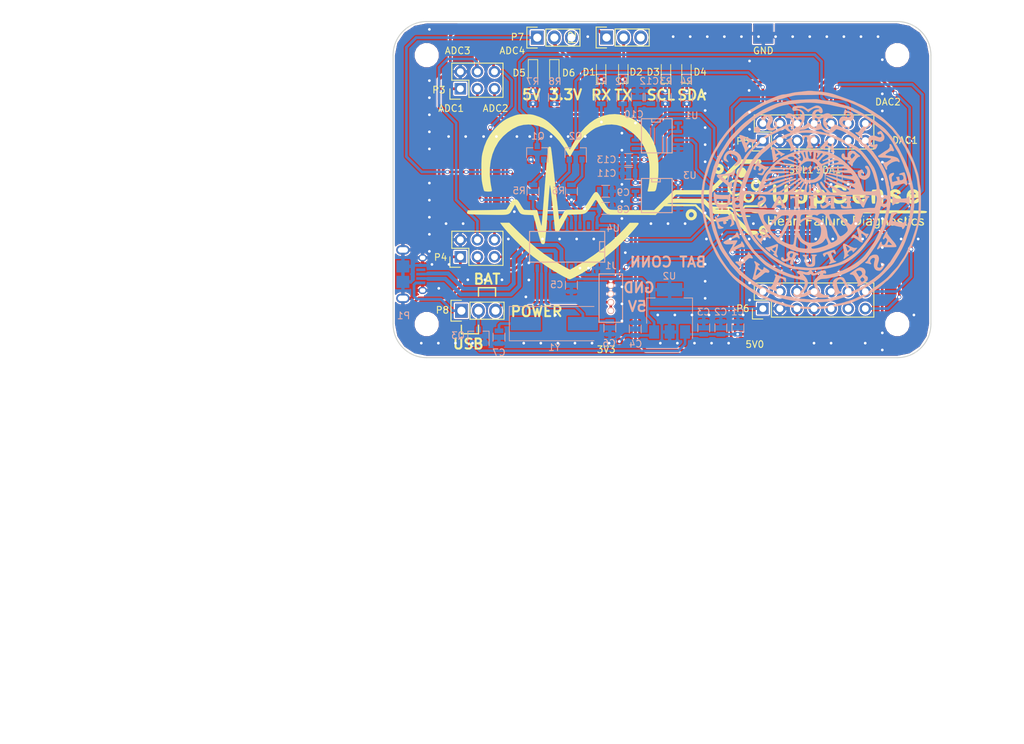
<source format=kicad_pcb>
(kicad_pcb (version 4) (host pcbnew 4.0.6-e0-6349~52~ubuntu17.04.1)
  (title_block (title "Backplane for UppSense") (date 2017-06-20) (rev 1.0) (company "Uppsala University"))
  (layers (0 F.Cu signal) (31 B.Cu signal) (34 B.Paste user) (35 F.Paste user) (36 B.SilkS user hide) (37 F.SilkS user) (38 B.Mask user) (39 F.Mask user) (44 Edge.Cuts user))
  (net 0 "")
  (net 1 GND)
  (net 2 ADC1)
  (net 3 ADC2)
  (net 4 DAC1)
  (net 5 ADC3)
  (net 6 DAC2)
  (net 7 GPIO1)
  (net 8 GPIO2)
  (net 9 I2C_SCL)
  (net 10 GPIO3)
  (net 11 I2C_SDA)
  (net 12 GPIO4)
  (net 13 UART_TX)
  (net 14 5V)
  (net 15 ADC4)
  (net 16 GPIO0)
  (net 17 UART_RX)
  (net 18 nRST)
  (net 19 3.3V)
  (net 20 "Net-(C6-Pad1)")
  (net 21 "Net-(C7-Pad1)")
  (net 22 LED_5V)
  (net 23 "Net-(D5-Pad2)")
  (net 24 "Net-(D6-Pad2)")
  (net 25 D-)
  (net 26 D+)
  (net 27 LED_3.3V)
  (net 28 "Net-(Q1-Pad1)")
  (net 29 RTS)
  (net 30 "Net-(Q2-Pad1)")
  (net 31 DTR)
  (net 32 "Net-(R1-Pad2)")
  (net 33 "Net-(R2-Pad2)")
  (net 34 "Net-(R3-Pad2)")
  (net 35 "Net-(R4-Pad2)")
  (net 36 "Net-(D1-Pad1)")
  (net 37 "Net-(D2-Pad1)")
  (net 38 "Net-(D3-Pad1)")
  (net 39 "Net-(D4-Pad1)")
  (net 40 5V_BATT)
  (net 41 5V_USB)
  (net 42 "Net-(P8-Pad2)")
  (net 43 "Net-(R9-Pad1)")
  (net 44 "Net-(R10-Pad1)")
  (module myVias:Stitchging-Via-0.4-0.7 (layer F.Cu) (at 134.2245 107.1796 90)
    (fp_text reference REF** hide)
    (fp_text value Stitching-Via-0.4-0.7 hide)
    (pad ~ thru_hole circle (at 0 0 90) (size 0.7 0.7) (drill 0.4) (layers *.Cu) (net 1 GND))
  )
  (module myVias:Stitchging-Via-0.4-0.7 (layer F.Cu) (at 121.2705 105.9096 90)
    (fp_text reference REF** hide)
    (fp_text value Stitching-Via-0.4-0.7 hide)
    (pad ~ thru_hole circle (at 0 0 90) (size 0.7 0.7) (drill 0.4) (layers *.Cu) (net 1 GND))
  )
  (module myVias:Stitchging-Via-0.4-0.7 (layer F.Cu) (at 134.669 104.665 180)
    (fp_text reference REF** hide)
    (fp_text value Stitching-Via-0.4-0.7 hide)
    (pad ~ thru_hole circle (at 0 0 180) (size 0.7 0.7) (drill 0.4) (layers *.Cu) (net 1 GND))
  )
  (module myVias:Stitchging-Via-0.4-0.7 (layer F.Cu) (at 134.669 102.125 180)
    (fp_text reference REF** hide)
    (fp_text value Stitching-Via-0.4-0.7 hide)
    (pad ~ thru_hole circle (at 0 0 180) (size 0.7 0.7) (drill 0.4) (layers *.Cu) (net 1 GND))
  )
  (module myVias:Stitchging-Via-0.4-0.7 (layer F.Cu) (at 122.7945 102.3536 90)
    (fp_text reference REF** hide)
    (fp_text value Stitching-Via-0.4-0.7 hide)
    (pad ~ thru_hole circle (at 0 0 90) (size 0.7 0.7) (drill 0.4) (layers *.Cu) (net 1 GND))
  )
  (module myVias:Stitchging-Via-0.4-0.7 (layer F.Cu) (at 120.2545 102.3536 90)
    (fp_text reference REF** hide)
    (fp_text value Stitching-Via-0.4-0.7 hide)
    (pad ~ thru_hole circle (at 0 0 90) (size 0.7 0.7) (drill 0.4) (layers *.Cu) (net 1 GND))
  )
  (module myVias:Stitchging-Via-0.4-0.7 (layer F.Cu) (at 125.5885 104.6396 90)
    (fp_text reference REF** hide)
    (fp_text value Stitching-Via-0.4-0.7 hide)
    (pad ~ thru_hole circle (at 0 0 90) (size 0.7 0.7) (drill 0.4) (layers *.Cu) (net 1 GND))
  )
  (module myVias:Stitchging-Via-0.4-0.7 (layer F.Cu) (at 130.6685 104.6396 90)
    (fp_text reference REF** hide)
    (fp_text value Stitching-Via-0.4-0.7 hide)
    (pad ~ thru_hole circle (at 0 0 90) (size 0.7 0.7) (drill 0.4) (layers *.Cu) (net 1 GND))
  )
  (module myVias:Stitchging-Via-0.4-0.7 (layer F.Cu) (at 128.1285 104.6396 90)
    (fp_text reference REF** hide)
    (fp_text value Stitching-Via-0.4-0.7 hide)
    (pad ~ thru_hole circle (at 0 0 90) (size 0.7 0.7) (drill 0.4) (layers *.Cu) (net 1 GND))
  )
  (module myVias:Stitchging-Via-0.4-0.7 (layer F.Cu) (at 154.227 114.063 90)
    (fp_text reference REF** hide)
    (fp_text value Stitching-Via-0.4-0.7 hide)
    (pad ~ thru_hole circle (at 0 0 90) (size 0.7 0.7) (drill 0.4) (layers *.Cu) (net 1 GND))
  )
  (module myVias:Stitchging-Via-0.4-0.7 (layer F.Cu) (at 179.627 114.063 90)
    (fp_text reference REF** hide)
    (fp_text value Stitching-Via-0.4-0.7 hide)
    (pad ~ thru_hole circle (at 0 0 90) (size 0.7 0.7) (drill 0.4) (layers *.Cu) (net 1 GND))
  )
  (module myVias:Stitchging-Via-0.4-0.7 (layer F.Cu) (at 159.307 114.063 90)
    (fp_text reference REF** hide)
    (fp_text value Stitching-Via-0.4-0.7 hide)
    (pad ~ thru_hole circle (at 0 0 90) (size 0.7 0.7) (drill 0.4) (layers *.Cu) (net 1 GND))
  )
  (module myVias:Stitchging-Via-0.4-0.7 (layer F.Cu) (at 156.767 114.063 90)
    (fp_text reference REF** hide)
    (fp_text value Stitching-Via-0.4-0.7 hide)
    (pad ~ thru_hole circle (at 0 0 90) (size 0.7 0.7) (drill 0.4) (layers *.Cu) (net 1 GND))
  )
  (module myVias:Stitchging-Via-0.4-0.7 (layer F.Cu) (at 177.087 114.063 90)
    (fp_text reference REF** hide)
    (fp_text value Stitching-Via-0.4-0.7 hide)
    (pad ~ thru_hole circle (at 0 0 90) (size 0.7 0.7) (drill 0.4) (layers *.Cu) (net 1 GND))
  )
  (module myVias:Stitchging-Via-0.4-0.7 (layer F.Cu) (at 184.707 114.063 90)
    (fp_text reference REF** hide)
    (fp_text value Stitching-Via-0.4-0.7 hide)
    (pad ~ thru_hole circle (at 0 0 90) (size 0.7 0.7) (drill 0.4) (layers *.Cu) (net 1 GND))
  )
  (module myVias:Stitchging-Via-0.4-0.7 (layer F.Cu) (at 164.387 114.063 90)
    (fp_text reference REF** hide)
    (fp_text value Stitching-Via-0.4-0.7 hide)
    (pad ~ thru_hole circle (at 0 0 90) (size 0.7 0.7) (drill 0.4) (layers *.Cu) (net 1 GND))
  )
  (module myVias:Stitchging-Via-0.4-0.7 (layer F.Cu) (at 161.847 114.063 90)
    (fp_text reference REF** hide)
    (fp_text value Stitching-Via-0.4-0.7 hide)
    (pad ~ thru_hole circle (at 0 0 90) (size 0.7 0.7) (drill 0.4) (layers *.Cu) (net 1 GND))
  )
  (module myVias:Stitchging-Via-0.4-0.7 (layer F.Cu) (at 141.527 114.063 90)
    (fp_text reference REF** hide)
    (fp_text value Stitching-Via-0.4-0.7 hide)
    (pad ~ thru_hole circle (at 0 0 90) (size 0.7 0.7) (drill 0.4) (layers *.Cu) (net 1 GND))
  )
  (module myVias:Stitchging-Via-0.4-0.7 (layer F.Cu) (at 121.207 114.063 90)
    (fp_text reference REF** hide)
    (fp_text value Stitching-Via-0.4-0.7 hide)
    (pad ~ thru_hole circle (at 0 0 90) (size 0.7 0.7) (drill 0.4) (layers *.Cu) (net 1 GND))
  )
  (module myVias:Stitchging-Via-0.4-0.7 (layer F.Cu) (at 123.747 114.063 90)
    (fp_text reference REF** hide)
    (fp_text value Stitching-Via-0.4-0.7 hide)
    (pad ~ thru_hole circle (at 0 0 90) (size 0.7 0.7) (drill 0.4) (layers *.Cu) (net 1 GND))
  )
  (module myVias:Stitchging-Via-0.4-0.7 (layer F.Cu) (at 144.067 114.063 90)
    (fp_text reference REF** hide)
    (fp_text value Stitching-Via-0.4-0.7 hide)
    (pad ~ thru_hole circle (at 0 0 90) (size 0.7 0.7) (drill 0.4) (layers *.Cu) (net 1 GND))
  )
  (module myVias:Stitchging-Via-0.4-0.7 (layer F.Cu) (at 146.607 114.063 90)
    (fp_text reference REF** hide)
    (fp_text value Stitching-Via-0.4-0.7 hide)
    (pad ~ thru_hole circle (at 0 0 90) (size 0.7 0.7) (drill 0.4) (layers *.Cu) (net 1 GND))
  )
  (module myVias:Stitchging-Via-0.4-0.7 (layer F.Cu) (at 136.447 114.063 90)
    (fp_text reference REF** hide)
    (fp_text value Stitching-Via-0.4-0.7 hide)
    (pad ~ thru_hole circle (at 0 0 90) (size 0.7 0.7) (drill 0.4) (layers *.Cu) (net 1 GND))
  )
  (module myVias:Stitchging-Via-0.4-0.7 (layer F.Cu) (at 118.667 114.063 90)
    (fp_text reference REF** hide)
    (fp_text value Stitching-Via-0.4-0.7 hide)
    (pad ~ thru_hole circle (at 0 0 90) (size 0.7 0.7) (drill 0.4) (layers *.Cu) (net 1 GND))
  )
  (module myVias:Stitchging-Via-0.4-0.7 (layer F.Cu) (at 138.987 114.063 90)
    (fp_text reference REF** hide)
    (fp_text value Stitching-Via-0.4-0.7 hide)
    (pad ~ thru_hole circle (at 0 0 90) (size 0.7 0.7) (drill 0.4) (layers *.Cu) (net 1 GND))
  )
  (module myVias:Stitchging-Via-0.4-0.7 (layer F.Cu) (at 133.907 114.063 90)
    (fp_text reference REF** hide)
    (fp_text value Stitching-Via-0.4-0.7 hide)
    (pad ~ thru_hole circle (at 0 0 90) (size 0.7 0.7) (drill 0.4) (layers *.Cu) (net 1 GND))
  )
  (module myVias:Stitchging-Via-0.4-0.7 (layer F.Cu) (at 167.435 76.471 180)
    (fp_text reference REF** hide)
    (fp_text value Stitching-Via-0.4-0.7 hide)
    (pad ~ thru_hole circle (at 0 0 180) (size 0.7 0.7) (drill 0.4) (layers *.Cu) (net 1 GND))
  )
  (module myVias:Stitchging-Via-0.4-0.7 (layer F.Cu) (at 167.4985 72.0895 180)
    (fp_text reference REF** hide)
    (fp_text value Stitching-Via-0.4-0.7 hide)
    (pad ~ thru_hole circle (at 0 0 180) (size 0.7 0.7) (drill 0.4) (layers *.Cu) (net 1 GND))
  )
  (module myVias:Stitchging-Via-0.4-0.7 (layer F.Cu) (at 167.4985 107.6495 180)
    (fp_text reference REF** hide)
    (fp_text value Stitching-Via-0.4-0.7 hide)
    (pad ~ thru_hole circle (at 0 0 180) (size 0.7 0.7) (drill 0.4) (layers *.Cu) (net 1 GND))
  )
  (module myVias:Stitchging-Via-0.4-0.7 (layer F.Cu) (at 167.4985 105.1095 180)
    (fp_text reference REF** hide)
    (fp_text value Stitching-Via-0.4-0.7 hide)
    (pad ~ thru_hole circle (at 0 0 180) (size 0.7 0.7) (drill 0.4) (layers *.Cu) (net 1 GND))
  )
  (module myVias:Stitchging-Via-0.4-0.7 (layer F.Cu) (at 167.4985 84.7895 180)
    (fp_text reference REF** hide)
    (fp_text value Stitching-Via-0.4-0.7 hide)
    (pad ~ thru_hole circle (at 0 0 180) (size 0.7 0.7) (drill 0.4) (layers *.Cu) (net 1 GND))
  )
  (module myVias:Stitchging-Via-0.4-0.7 (layer F.Cu) (at 167.4985 79.7095 180)
    (fp_text reference REF** hide)
    (fp_text value Stitching-Via-0.4-0.7 hide)
    (pad ~ thru_hole circle (at 0 0 180) (size 0.7 0.7) (drill 0.4) (layers *.Cu) (net 1 GND))
  )
  (module myVias:Stitchging-Via-0.4-0.7 (layer F.Cu) (at 167.4985 82.2495 180)
    (fp_text reference REF** hide)
    (fp_text value Stitching-Via-0.4-0.7 hide)
    (pad ~ thru_hole circle (at 0 0 180) (size 0.7 0.7) (drill 0.4) (layers *.Cu) (net 1 GND))
  )
  (module myVias:Stitchging-Via-0.4-0.7 (layer F.Cu) (at 148.512 108.221 180)
    (fp_text reference REF** hide)
    (fp_text value Stitching-Via-0.4-0.7 hide)
    (pad ~ thru_hole circle (at 0 0 180) (size 0.7 0.7) (drill 0.4) (layers *.Cu) (net 1 GND))
  )
  (module myVias:Stitchging-Via-0.4-0.7 (layer F.Cu) (at 148.512 105.681 180)
    (fp_text reference REF** hide)
    (fp_text value Stitching-Via-0.4-0.7 hide)
    (pad ~ thru_hole circle (at 0 0 180) (size 0.7 0.7) (drill 0.4) (layers *.Cu) (net 1 GND))
  )
  (module myVias:Stitchging-Via-0.4-0.7 (layer F.Cu) (at 148.512 85.361 180)
    (fp_text reference REF** hide)
    (fp_text value Stitching-Via-0.4-0.7 hide)
    (pad ~ thru_hole circle (at 0 0 180) (size 0.7 0.7) (drill 0.4) (layers *.Cu) (net 1 GND))
  )
  (module myVias:Stitchging-Via-0.4-0.7 (layer F.Cu) (at 149.02 100.601 180)
    (fp_text reference REF** hide)
    (fp_text value Stitching-Via-0.4-0.7 hide)
    (pad ~ thru_hole circle (at 0 0 180) (size 0.7 0.7) (drill 0.4) (layers *.Cu) (net 1 GND))
  )
  (module myVias:Stitchging-Via-0.4-0.7 (layer F.Cu) (at 148.512 82.821 180)
    (fp_text reference REF** hide)
    (fp_text value Stitching-Via-0.4-0.7 hide)
    (pad ~ thru_hole circle (at 0 0 180) (size 0.7 0.7) (drill 0.4) (layers *.Cu) (net 1 GND))
  )
  (module myVias:Stitchging-Via-0.4-0.7 (layer F.Cu) (at 148.512 92.981 180)
    (fp_text reference REF** hide)
    (fp_text value Stitching-Via-0.4-0.7 hide)
    (pad ~ thru_hole circle (at 0 0 180) (size 0.7 0.7) (drill 0.4) (layers *.Cu) (net 1 GND))
  )
  (module myVias:Stitchging-Via-0.4-0.7 (layer F.Cu) (at 148.512 110.761 180)
    (fp_text reference REF** hide)
    (fp_text value Stitching-Via-0.4-0.7 hide)
    (pad ~ thru_hole circle (at 0 0 180) (size 0.7 0.7) (drill 0.4) (layers *.Cu) (net 1 GND))
  )
  (module myVias:Stitchging-Via-0.4-0.7 (layer F.Cu) (at 148.512 90.441 180)
    (fp_text reference REF** hide)
    (fp_text value Stitching-Via-0.4-0.7 hide)
    (pad ~ thru_hole circle (at 0 0 180) (size 0.7 0.7) (drill 0.4) (layers *.Cu) (net 1 GND))
  )
  (module myVias:Stitchging-Via-0.4-0.7 (layer F.Cu) (at 148.512 95.521 180)
    (fp_text reference REF** hide)
    (fp_text value Stitching-Via-0.4-0.7 hide)
    (pad ~ thru_hole circle (at 0 0 180) (size 0.7 0.7) (drill 0.4) (layers *.Cu) (net 1 GND))
  )
  (module myVias:Stitchging-Via-0.4-0.7 (layer F.Cu) (at 187.247 71.899 180)
    (fp_text reference REF** hide)
    (fp_text value Stitching-Via-0.4-0.7 hide)
    (pad ~ thru_hole circle (at 0 0 180) (size 0.7 0.7) (drill 0.4) (layers *.Cu) (net 1 GND))
  )
  (module myVias:Stitchging-Via-0.4-0.7 (layer F.Cu) (at 187.247 102.379 180)
    (fp_text reference REF** hide)
    (fp_text value Stitching-Via-0.4-0.7 hide)
    (pad ~ thru_hole circle (at 0 0 180) (size 0.7 0.7) (drill 0.4) (layers *.Cu) (net 1 GND))
  )
  (module myVias:Stitchging-Via-0.4-0.7 (layer F.Cu) (at 187.247 76.979 180)
    (fp_text reference REF** hide)
    (fp_text value Stitching-Via-0.4-0.7 hide)
    (pad ~ thru_hole circle (at 0 0 180) (size 0.7 0.7) (drill 0.4) (layers *.Cu) (net 1 GND))
  )
  (module myVias:Stitchging-Via-0.4-0.7 (layer F.Cu) (at 187.247 99.839 180)
    (fp_text reference REF** hide)
    (fp_text value Stitching-Via-0.4-0.7 hide)
    (pad ~ thru_hole circle (at 0 0 180) (size 0.7 0.7) (drill 0.4) (layers *.Cu) (net 1 GND))
  )
  (module myVias:Stitchging-Via-0.4-0.7 (layer F.Cu) (at 187.247 79.519 180)
    (fp_text reference REF** hide)
    (fp_text value Stitching-Via-0.4-0.7 hide)
    (pad ~ thru_hole circle (at 0 0 180) (size 0.7 0.7) (drill 0.4) (layers *.Cu) (net 1 GND))
  )
  (module myVias:Stitchging-Via-0.4-0.7 (layer F.Cu) (at 187.247 89.679 180)
    (fp_text reference REF** hide)
    (fp_text value Stitching-Via-0.4-0.7 hide)
    (pad ~ thru_hole circle (at 0 0 180) (size 0.7 0.7) (drill 0.4) (layers *.Cu) (net 1 GND))
  )
  (module myVias:Stitchging-Via-0.4-0.7 (layer F.Cu) (at 187.247 87.139 180)
    (fp_text reference REF** hide)
    (fp_text value Stitching-Via-0.4-0.7 hide)
    (pad ~ thru_hole circle (at 0 0 180) (size 0.7 0.7) (drill 0.4) (layers *.Cu) (net 1 GND))
  )
  (module myVias:Stitchging-Via-0.4-0.7 (layer F.Cu) (at 187.247 92.219 180)
    (fp_text reference REF** hide)
    (fp_text value Stitching-Via-0.4-0.7 hide)
    (pad ~ thru_hole circle (at 0 0 180) (size 0.7 0.7) (drill 0.4) (layers *.Cu) (net 1 GND))
  )
  (module myVias:Stitchging-Via-0.4-0.7 (layer F.Cu) (at 187.247 112.539 180)
    (fp_text reference REF** hide)
    (fp_text value Stitching-Via-0.4-0.7 hide)
    (pad ~ thru_hole circle (at 0 0 180) (size 0.7 0.7) (drill 0.4) (layers *.Cu) (net 1 GND))
  )
  (module myVias:Stitchging-Via-0.4-0.7 (layer F.Cu) (at 187.247 115.079 180)
    (fp_text reference REF** hide)
    (fp_text value Stitching-Via-0.4-0.7 hide)
    (pad ~ thru_hole circle (at 0 0 180) (size 0.7 0.7) (drill 0.4) (layers *.Cu) (net 1 GND))
  )
  (module myVias:Stitchging-Via-0.4-0.7 (layer F.Cu) (at 187.247 95.521 180)
    (fp_text reference REF** hide)
    (fp_text value Stitching-Via-0.4-0.7 hide)
    (pad ~ thru_hole circle (at 0 0 180) (size 0.7 0.7) (drill 0.4) (layers *.Cu) (net 1 GND))
  )
  (module myVias:Stitchging-Via-0.4-0.7 (layer F.Cu) (at 177.341 98.569 90)
    (fp_text reference REF** hide)
    (fp_text value Stitching-Via-0.4-0.7 hide)
    (pad ~ thru_hole circle (at 0 0 90) (size 0.7 0.7) (drill 0.4) (layers *.Cu) (net 1 GND))
  )
  (module myVias:Stitchging-Via-0.4-0.7 (layer F.Cu) (at 179.881 98.569 90)
    (fp_text reference REF** hide)
    (fp_text value Stitching-Via-0.4-0.7 hide)
    (pad ~ thru_hole circle (at 0 0 90) (size 0.7 0.7) (drill 0.4) (layers *.Cu) (net 1 GND))
  )
  (module myVias:Stitchging-Via-0.4-0.7 (layer F.Cu) (at 184.326 98.569 90)
    (fp_text reference REF** hide)
    (fp_text value Stitching-Via-0.4-0.7 hide)
    (pad ~ thru_hole circle (at 0 0 90) (size 0.7 0.7) (drill 0.4) (layers *.Cu) (net 1 GND))
  )
  (module myVias:Stitchging-Via-0.4-0.7 (layer F.Cu) (at 164.641 98.569 90)
    (fp_text reference REF** hide)
    (fp_text value Stitching-Via-0.4-0.7 hide)
    (pad ~ thru_hole circle (at 0 0 90) (size 0.7 0.7) (drill 0.4) (layers *.Cu) (net 1 GND))
  )
  (module myVias:Stitchging-Via-0.4-0.7 (layer F.Cu) (at 161.085 98.569 90)
    (fp_text reference REF** hide)
    (fp_text value Stitching-Via-0.4-0.7 hide)
    (pad ~ thru_hole circle (at 0 0 90) (size 0.7 0.7) (drill 0.4) (layers *.Cu) (net 1 GND))
  )
  (module myVias:Stitchging-Via-0.4-0.7 (layer F.Cu) (at 192.581 98.569 90)
    (fp_text reference REF** hide)
    (fp_text value Stitching-Via-0.4-0.7 hide)
    (pad ~ thru_hole circle (at 0 0 90) (size 0.7 0.7) (drill 0.4) (layers *.Cu) (net 1 GND))
  )
  (module myVias:Stitchging-Via-0.4-0.7 (layer F.Cu) (at 172.261 98.569 90)
    (fp_text reference REF** hide)
    (fp_text value Stitching-Via-0.4-0.7 hide)
    (pad ~ thru_hole circle (at 0 0 90) (size 0.7 0.7) (drill 0.4) (layers *.Cu) (net 1 GND))
  )
  (module myVias:Stitchging-Via-0.4-0.7 (layer F.Cu) (at 190.041 98.569 90)
    (fp_text reference REF** hide)
    (fp_text value Stitching-Via-0.4-0.7 hide)
    (pad ~ thru_hole circle (at 0 0 90) (size 0.7 0.7) (drill 0.4) (layers *.Cu) (net 1 GND))
  )
  (module myVias:Stitchging-Via-0.4-0.7 (layer F.Cu) (at 169.721 98.569 90)
    (fp_text reference REF** hide)
    (fp_text value Stitching-Via-0.4-0.7 hide)
    (pad ~ thru_hole circle (at 0 0 90) (size 0.7 0.7) (drill 0.4) (layers *.Cu) (net 1 GND))
  )
  (module myVias:Stitchging-Via-0.4-0.7 (layer F.Cu) (at 167.435 98.569 90)
    (fp_text reference REF** hide)
    (fp_text value Stitching-Via-0.4-0.7 hide)
    (pad ~ thru_hole circle (at 0 0 90) (size 0.7 0.7) (drill 0.4) (layers *.Cu) (net 1 GND))
  )
  (module myVias:Stitchging-Via-0.4-0.7 (layer F.Cu) (at 132.51 94.505 90)
    (fp_text reference REF** hide)
    (fp_text value Stitching-Via-0.4-0.7 hide)
    (pad ~ thru_hole circle (at 0 0 90) (size 0.7 0.7) (drill 0.4) (layers *.Cu) (net 1 GND))
  )
  (module myVias:Stitchging-Via-0.4-0.7 (layer F.Cu) (at 131.621 98.569 90)
    (fp_text reference REF** hide)
    (fp_text value Stitching-Via-0.4-0.7 hide)
    (pad ~ thru_hole circle (at 0 0 90) (size 0.7 0.7) (drill 0.4) (layers *.Cu) (net 1 GND))
  )
  (module myVias:Stitchging-Via-0.4-0.7 (layer F.Cu) (at 141.781 98.569 90)
    (fp_text reference REF** hide)
    (fp_text value Stitching-Via-0.4-0.7 hide)
    (pad ~ thru_hole circle (at 0 0 90) (size 0.7 0.7) (drill 0.4) (layers *.Cu) (net 1 GND))
  )
  (module myVias:Stitchging-Via-0.4-0.7 (layer F.Cu) (at 144.321 98.569 90)
    (fp_text reference REF** hide)
    (fp_text value Stitching-Via-0.4-0.7 hide)
    (pad ~ thru_hole circle (at 0 0 90) (size 0.7 0.7) (drill 0.4) (layers *.Cu) (net 1 GND))
  )
  (module myVias:Stitchging-Via-0.4-0.7 (layer F.Cu) (at 139.241 98.569 90)
    (fp_text reference REF** hide)
    (fp_text value Stitching-Via-0.4-0.7 hide)
    (pad ~ thru_hole circle (at 0 0 90) (size 0.7 0.7) (drill 0.4) (layers *.Cu) (net 1 GND))
  )
  (module myVias:Stitchging-Via-0.4-0.7 (layer F.Cu) (at 136.701 98.569 90)
    (fp_text reference REF** hide)
    (fp_text value Stitching-Via-0.4-0.7 hide)
    (pad ~ thru_hole circle (at 0 0 90) (size 0.7 0.7) (drill 0.4) (layers *.Cu) (net 1 GND))
  )
  (module myPics:uppsense_logo (layer F.Cu) (at 159.434 92.092)
    (fp_text reference G*** hide)
    (fp_text value LOGO hide)
  )
  (module myVias:Stitchging-Via-0.4-0.7 (layer F.Cu) (at 127.938 83.329 90)
    (fp_text reference REF** hide)
    (fp_text value Stitching-Via-0.4-0.7 hide)
    (pad ~ thru_hole circle (at 0 0 90) (size 0.7 0.7) (drill 0.4) (layers *.Cu) (net 1 GND))
  )
  (module myVias:Stitchging-Via-0.4-0.7 (layer F.Cu) (at 129.843 83.329 90)
    (fp_text reference REF** hide)
    (fp_text value Stitching-Via-0.4-0.7 hide)
    (pad ~ thru_hole circle (at 0 0 90) (size 0.7 0.7) (drill 0.4) (layers *.Cu) (net 1 GND))
  )
  (module myVias:Stitchging-Via-0.4-0.7 (layer F.Cu) (at 134.796 83.329 90)
    (fp_text reference REF** hide)
    (fp_text value Stitching-Via-0.4-0.7 hide)
    (pad ~ thru_hole circle (at 0 0 90) (size 0.7 0.7) (drill 0.4) (layers *.Cu) (net 1 GND))
  )
  (module myVias:Stitchging-Via-0.4-0.7 (layer F.Cu) (at 132.891 83.329 90)
    (fp_text reference REF** hide)
    (fp_text value Stitching-Via-0.4-0.7 hide)
    (pad ~ thru_hole circle (at 0 0 90) (size 0.7 0.7) (drill 0.4) (layers *.Cu) (net 1 GND))
  )
  (module myVias:Stitchging-Via-0.4-0.7 (layer F.Cu) (at 143.051 83.329 90)
    (fp_text reference REF** hide)
    (fp_text value Stitching-Via-0.4-0.7 hide)
    (pad ~ thru_hole circle (at 0 0 90) (size 0.7 0.7) (drill 0.4) (layers *.Cu) (net 1 GND))
  )
  (module myVias:Stitchging-Via-0.4-0.7 (layer F.Cu) (at 140.511 83.329 90)
    (fp_text reference REF** hide)
    (fp_text value Stitching-Via-0.4-0.7 hide)
    (pad ~ thru_hole circle (at 0 0 90) (size 0.7 0.7) (drill 0.4) (layers *.Cu) (net 1 GND))
  )
  (module myVias:Stitchging-Via-0.4-0.7 (layer F.Cu) (at 137.971 83.329 90)
    (fp_text reference REF** hide)
    (fp_text value Stitching-Via-0.4-0.7 hide)
    (pad ~ thru_hole circle (at 0 0 90) (size 0.7 0.7) (drill 0.4) (layers *.Cu) (net 1 GND))
  )
  (module myVias:Stitchging-Via-0.4-0.7 (layer F.Cu) (at 125.271 83.329 90)
    (fp_text reference REF** hide)
    (fp_text value Stitching-Via-0.4-0.7 hide)
    (pad ~ thru_hole circle (at 0 0 90) (size 0.7 0.7) (drill 0.4) (layers *.Cu) (net 1 GND))
  )
  (module myVias:Stitchging-Via-0.4-0.7 (layer F.Cu) (at 122.731 83.329 90)
    (fp_text reference REF** hide)
    (fp_text value Stitching-Via-0.4-0.7 hide)
    (pad ~ thru_hole circle (at 0 0 90) (size 0.7 0.7) (drill 0.4) (layers *.Cu) (net 1 GND))
  )
  (module myVias:Stitchging-Via-0.4-0.7 (layer F.Cu) (at 170.61 96.283 90)
    (fp_text reference REF** hide)
    (fp_text value Stitching-Via-0.4-0.7 hide)
    (pad ~ thru_hole circle (at 0 0 90) (size 0.7 0.7) (drill 0.4) (layers *.Cu) (net 1 GND))
  )
  (module myVias:Stitchging-Via-0.4-0.7 (layer F.Cu) (at 152.83 96.283 90)
    (fp_text reference REF** hide)
    (fp_text value Stitching-Via-0.4-0.7 hide)
    (pad ~ thru_hole circle (at 0 0 90) (size 0.7 0.7) (drill 0.4) (layers *.Cu) (net 1 GND))
  )
  (module myVias:Stitchging-Via-0.4-0.7 (layer F.Cu) (at 178.23 96.283 90)
    (fp_text reference REF** hide)
    (fp_text value Stitching-Via-0.4-0.7 hide)
    (pad ~ thru_hole circle (at 0 0 90) (size 0.7 0.7) (drill 0.4) (layers *.Cu) (net 1 GND))
  )
  (module myVias:Stitchging-Via-0.4-0.7 (layer F.Cu) (at 157.91 96.283 90)
    (fp_text reference REF** hide)
    (fp_text value Stitching-Via-0.4-0.7 hide)
    (pad ~ thru_hole circle (at 0 0 90) (size 0.7 0.7) (drill 0.4) (layers *.Cu) (net 1 GND))
  )
  (module myVias:Stitchging-Via-0.4-0.7 (layer F.Cu) (at 155.37 96.283 90)
    (fp_text reference REF** hide)
    (fp_text value Stitching-Via-0.4-0.7 hide)
    (pad ~ thru_hole circle (at 0 0 90) (size 0.7 0.7) (drill 0.4) (layers *.Cu) (net 1 GND))
  )
  (module myVias:Stitchging-Via-0.4-0.7 (layer F.Cu) (at 168.07 96.283 90)
    (fp_text reference REF** hide)
    (fp_text value Stitching-Via-0.4-0.7 hide)
    (pad ~ thru_hole circle (at 0 0 90) (size 0.7 0.7) (drill 0.4) (layers *.Cu) (net 1 GND))
  )
  (module myVias:Stitchging-Via-0.4-0.7 (layer F.Cu) (at 183.31 96.283 90)
    (fp_text reference REF** hide)
    (fp_text value Stitching-Via-0.4-0.7 hide)
    (pad ~ thru_hole circle (at 0 0 90) (size 0.7 0.7) (drill 0.4) (layers *.Cu) (net 1 GND))
  )
  (module myVias:Stitchging-Via-0.4-0.7 (layer F.Cu) (at 122.35 96.283 90)
    (fp_text reference REF** hide)
    (fp_text value Stitching-Via-0.4-0.7 hide)
    (pad ~ thru_hole circle (at 0 0 90) (size 0.7 0.7) (drill 0.4) (layers *.Cu) (net 1 GND))
  )
  (module myVias:Stitchging-Via-0.4-0.7 (layer F.Cu) (at 124.89 96.283 90)
    (fp_text reference REF** hide)
    (fp_text value Stitching-Via-0.4-0.7 hide)
    (pad ~ thru_hole circle (at 0 0 90) (size 0.7 0.7) (drill 0.4) (layers *.Cu) (net 1 GND))
  )
  (module myVias:Stitchging-Via-0.4-0.7 (layer F.Cu) (at 119.8735 67.3905 180)
    (fp_text reference REF** hide)
    (fp_text value Stitching-Via-0.4-0.7 hide)
    (pad ~ thru_hole circle (at 0 0 180) (size 0.7 0.7) (drill 0.4) (layers *.Cu) (net 1 GND))
  )
  (module myVias:Stitchging-Via-0.4-0.7 (layer F.Cu) (at 119.8735 85.1705 180)
    (fp_text reference REF** hide)
    (fp_text value Stitching-Via-0.4-0.7 hide)
    (pad ~ thru_hole circle (at 0 0 180) (size 0.7 0.7) (drill 0.4) (layers *.Cu) (net 1 GND))
  )
  (module myVias:Stitchging-Via-0.4-0.7 (layer F.Cu) (at 119.8735 80.0905 180)
    (fp_text reference REF** hide)
    (fp_text value Stitching-Via-0.4-0.7 hide)
    (pad ~ thru_hole circle (at 0 0 180) (size 0.7 0.7) (drill 0.4) (layers *.Cu) (net 1 GND))
  )
  (module myVias:Stitchging-Via-0.4-0.7 (layer F.Cu) (at 119.8735 82.6305 180)
    (fp_text reference REF** hide)
    (fp_text value Stitching-Via-0.4-0.7 hide)
    (pad ~ thru_hole circle (at 0 0 180) (size 0.7 0.7) (drill 0.4) (layers *.Cu) (net 1 GND))
  )
  (module myVias:Stitchging-Via-0.4-0.7 (layer F.Cu) (at 119.8735 75.0105 180)
    (fp_text reference REF** hide)
    (fp_text value Stitching-Via-0.4-0.7 hide)
    (pad ~ thru_hole circle (at 0 0 180) (size 0.7 0.7) (drill 0.4) (layers *.Cu) (net 1 GND))
  )
  (module myVias:Stitchging-Via-0.4-0.7 (layer F.Cu) (at 119.8735 77.5505 180)
    (fp_text reference REF** hide)
    (fp_text value Stitching-Via-0.4-0.7 hide)
    (pad ~ thru_hole circle (at 0 0 180) (size 0.7 0.7) (drill 0.4) (layers *.Cu) (net 1 GND))
  )
  (module myVias:Stitchging-Via-0.4-0.7 (layer F.Cu) (at 119.8735 97.8705 180)
    (fp_text reference REF** hide)
    (fp_text value Stitching-Via-0.4-0.7 hide)
    (pad ~ thru_hole circle (at 0 0 180) (size 0.7 0.7) (drill 0.4) (layers *.Cu) (net 1 GND))
  )
  (module myVias:Stitchging-Via-0.4-0.7 (layer F.Cu) (at 119.8735 95.3305 180)
    (fp_text reference REF** hide)
    (fp_text value Stitching-Via-0.4-0.7 hide)
    (pad ~ thru_hole circle (at 0 0 180) (size 0.7 0.7) (drill 0.4) (layers *.Cu) (net 1 GND))
  )
  (module myVias:Stitchging-Via-0.4-0.7 (layer F.Cu) (at 119.8735 90.2505 180)
    (fp_text reference REF** hide)
    (fp_text value Stitching-Via-0.4-0.7 hide)
    (pad ~ thru_hole circle (at 0 0 180) (size 0.7 0.7) (drill 0.4) (layers *.Cu) (net 1 GND))
  )
  (module myVias:Stitchging-Via-0.4-0.7 (layer F.Cu) (at 119.8735 92.7905 180)
    (fp_text reference REF** hide)
    (fp_text value Stitching-Via-0.4-0.7 hide)
    (pad ~ thru_hole circle (at 0 0 180) (size 0.7 0.7) (drill 0.4) (layers *.Cu) (net 1 GND))
  )
  (module myVias:Stitchging-Via-0.4-0.7 (layer F.Cu) (at 119.8735 100.4105 180)
    (fp_text reference REF** hide)
    (fp_text value Stitching-Via-0.4-0.7 hide)
    (pad ~ thru_hole circle (at 0 0 180) (size 0.7 0.7) (drill 0.4) (layers *.Cu) (net 1 GND))
  )
  (module myVias:Stitchging-Via-0.4-0.7 (layer F.Cu) (at 160.8945 84.5355 180)
    (fp_text reference REF** hide)
    (fp_text value Stitching-Via-0.4-0.7 hide)
    (pad ~ thru_hole circle (at 0 0 180) (size 0.7 0.7) (drill 0.4) (layers *.Cu) (net 1 GND))
  )
  (module myVias:Stitchging-Via-0.4-0.7 (layer F.Cu) (at 160.8945 104.8555 180)
    (fp_text reference REF** hide)
    (fp_text value Stitching-Via-0.4-0.7 hide)
    (pad ~ thru_hole circle (at 0 0 180) (size 0.7 0.7) (drill 0.4) (layers *.Cu) (net 1 GND))
  )
  (module myVias:Stitchging-Via-0.4-0.7 (layer F.Cu) (at 160.8945 102.3155 180)
    (fp_text reference REF** hide)
    (fp_text value Stitching-Via-0.4-0.7 hide)
    (pad ~ thru_hole circle (at 0 0 180) (size 0.7 0.7) (drill 0.4) (layers *.Cu) (net 1 GND))
  )
  (module myVias:Stitchging-Via-0.4-0.7 (layer F.Cu) (at 160.8945 81.9955 180)
    (fp_text reference REF** hide)
    (fp_text value Stitching-Via-0.4-0.7 hide)
    (pad ~ thru_hole circle (at 0 0 180) (size 0.7 0.7) (drill 0.4) (layers *.Cu) (net 1 GND))
  )
  (module myVias:Stitchging-Via-0.4-0.7 (layer F.Cu) (at 160.8945 76.9155 180)
    (fp_text reference REF** hide)
    (fp_text value Stitching-Via-0.4-0.7 hide)
    (pad ~ thru_hole circle (at 0 0 180) (size 0.7 0.7) (drill 0.4) (layers *.Cu) (net 1 GND))
  )
  (module myVias:Stitchging-Via-0.4-0.7 (layer F.Cu) (at 160.8945 79.4555 180)
    (fp_text reference REF** hide)
    (fp_text value Stitching-Via-0.4-0.7 hide)
    (pad ~ thru_hole circle (at 0 0 180) (size 0.7 0.7) (drill 0.4) (layers *.Cu) (net 1 GND))
  )
  (module myVias:Stitchging-Via-0.4-0.7 (layer F.Cu) (at 160.8945 107.3955 180)
    (fp_text reference REF** hide)
    (fp_text value Stitching-Via-0.4-0.7 hide)
    (pad ~ thru_hole circle (at 0 0 180) (size 0.7 0.7) (drill 0.4) (layers *.Cu) (net 1 GND))
  )
  (module myVias:Stitchging-Via-0.4-0.7 (layer F.Cu) (at 160.8945 87.0755 180)
    (fp_text reference REF** hide)
    (fp_text value Stitching-Via-0.4-0.7 hide)
    (pad ~ thru_hole circle (at 0 0 180) (size 0.7 0.7) (drill 0.4) (layers *.Cu) (net 1 GND))
  )
  (module myVias:Stitchging-Via-0.4-0.7 (layer F.Cu) (at 160.8945 94.6955 180)
    (fp_text reference REF** hide)
    (fp_text value Stitching-Via-0.4-0.7 hide)
    (pad ~ thru_hole circle (at 0 0 180) (size 0.7 0.7) (drill 0.4) (layers *.Cu) (net 1 GND))
  )
  (module myVias:Stitchging-Via-0.4-0.7 (layer F.Cu) (at 173.912 68.47 90)
    (fp_text reference REF** hide)
    (fp_text value Stitching-Via-0.4-0.7 hide)
    (pad ~ thru_hole circle (at 0 0 90) (size 0.7 0.7) (drill 0.4) (layers *.Cu) (net 1 GND))
  )
  (module myVias:Stitchging-Via-0.4-0.7 (layer F.Cu) (at 156.132 68.47 90)
    (fp_text reference REF** hide)
    (fp_text value Stitching-Via-0.4-0.7 hide)
    (pad ~ thru_hole circle (at 0 0 90) (size 0.7 0.7) (drill 0.4) (layers *.Cu) (net 1 GND))
  )
  (module myVias:Stitchging-Via-0.4-0.7 (layer F.Cu) (at 176.452 68.47 90)
    (fp_text reference REF** hide)
    (fp_text value Stitching-Via-0.4-0.7 hide)
    (pad ~ thru_hole circle (at 0 0 90) (size 0.7 0.7) (drill 0.4) (layers *.Cu) (net 1 GND))
  )
  (module myVias:Stitchging-Via-0.4-0.7 (layer F.Cu) (at 181.532 68.47 90)
    (fp_text reference REF** hide)
    (fp_text value Stitching-Via-0.4-0.7 hide)
    (pad ~ thru_hole circle (at 0 0 90) (size 0.7 0.7) (drill 0.4) (layers *.Cu) (net 1 GND))
  )
  (module myVias:Stitchging-Via-0.4-0.7 (layer F.Cu) (at 161.212 68.47 90)
    (fp_text reference REF** hide)
    (fp_text value Stitching-Via-0.4-0.7 hide)
    (pad ~ thru_hole circle (at 0 0 90) (size 0.7 0.7) (drill 0.4) (layers *.Cu) (net 1 GND))
  )
  (module myVias:Stitchging-Via-0.4-0.7 (layer F.Cu) (at 158.672 68.47 90)
    (fp_text reference REF** hide)
    (fp_text value Stitching-Via-0.4-0.7 hide)
    (pad ~ thru_hole circle (at 0 0 90) (size 0.7 0.7) (drill 0.4) (layers *.Cu) (net 1 GND))
  )
  (module myVias:Stitchging-Via-0.4-0.7 (layer F.Cu) (at 178.992 68.47 90)
    (fp_text reference REF** hide)
    (fp_text value Stitching-Via-0.4-0.7 hide)
    (pad ~ thru_hole circle (at 0 0 90) (size 0.7 0.7) (drill 0.4) (layers *.Cu) (net 1 GND))
  )
  (module myVias:Stitchging-Via-0.4-0.7 (layer F.Cu) (at 168.832 68.47 90)
    (fp_text reference REF** hide)
    (fp_text value Stitching-Via-0.4-0.7 hide)
    (pad ~ thru_hole circle (at 0 0 90) (size 0.7 0.7) (drill 0.4) (layers *.Cu) (net 1 GND))
  )
  (module myVias:Stitchging-Via-0.4-0.7 (layer F.Cu) (at 171.372 68.47 90)
    (fp_text reference REF** hide)
    (fp_text value Stitching-Via-0.4-0.7 hide)
    (pad ~ thru_hole circle (at 0 0 90) (size 0.7 0.7) (drill 0.4) (layers *.Cu) (net 1 GND))
  )
  (module myVias:Stitchging-Via-0.4-0.7 (layer F.Cu) (at 186.612 68.47 90)
    (fp_text reference REF** hide)
    (fp_text value Stitching-Via-0.4-0.7 hide)
    (pad ~ thru_hole circle (at 0 0 90) (size 0.7 0.7) (drill 0.4) (layers *.Cu) (net 1 GND))
  )
  (module myVias:Stitchging-Via-0.4-0.7 (layer F.Cu) (at 166.292 68.47 90)
    (fp_text reference REF** hide)
    (fp_text value Stitching-Via-0.4-0.7 hide)
    (pad ~ thru_hole circle (at 0 0 90) (size 0.7 0.7) (drill 0.4) (layers *.Cu) (net 1 GND))
  )
  (module myVias:Stitchging-Via-0.4-0.7 (layer F.Cu) (at 163.752 68.47 90)
    (fp_text reference REF** hide)
    (fp_text value Stitching-Via-0.4-0.7 hide)
    (pad ~ thru_hole circle (at 0 0 90) (size 0.7 0.7) (drill 0.4) (layers *.Cu) (net 1 GND))
  )
  (module myVias:Stitchging-Via-0.4-0.7 (layer F.Cu) (at 184.072 68.47 90)
    (fp_text reference REF** hide)
    (fp_text value Stitching-Via-0.4-0.7 hide)
    (pad ~ thru_hole circle (at 0 0 90) (size 0.7 0.7) (drill 0.4) (layers *.Cu) (net 1 GND))
  )
  (module myVias:Stitchging-Via-0.4-0.7 (layer F.Cu) (at 143.432 68.47 90)
    (fp_text reference REF** hide)
    (fp_text value Stitching-Via-0.4-0.7 hide)
    (pad ~ thru_hole circle (at 0 0 90) (size 0.7 0.7) (drill 0.4) (layers *.Cu) (net 1 GND))
  )
  (module myVias:Stitchging-Via-0.4-0.7 (layer F.Cu) (at 153.846 109.872 90)
    (fp_text reference REF** hide)
    (fp_text value Stitching-Via-0.4-0.7 hide)
    (pad ~ thru_hole circle (at 0 0 90) (size 0.7 0.7) (drill 0.4) (layers *.Cu) (net 1 GND))
  )
  (module myVias:Stitchging-Via-0.4-0.7 (layer F.Cu) (at 156.386 109.872 90)
    (fp_text reference REF** hide)
    (fp_text value Stitching-Via-0.4-0.7 hide)
    (pad ~ thru_hole circle (at 0 0 90) (size 0.7 0.7) (drill 0.4) (layers *.Cu) (net 1 GND))
  )
  (module myVias:Stitchging-Via-0.4-0.7 (layer F.Cu) (at 161.466 109.872 90)
    (fp_text reference REF** hide)
    (fp_text value Stitching-Via-0.4-0.7 hide)
    (pad ~ thru_hole circle (at 0 0 90) (size 0.7 0.7) (drill 0.4) (layers *.Cu) (net 1 GND))
  )
  (module myVias:Stitchging-Via-0.4-0.7 (layer F.Cu) (at 158.926 109.872 90)
    (fp_text reference REF** hide)
    (fp_text value Stitching-Via-0.4-0.7 hide)
    (pad ~ thru_hole circle (at 0 0 90) (size 0.7 0.7) (drill 0.4) (layers *.Cu) (net 1 GND))
  )
  (module myVias:Stitchging-Via-0.4-0.7 (layer F.Cu) (at 191.946 109.872 90)
    (fp_text reference REF** hide)
    (fp_text value Stitching-Via-0.4-0.7 hide)
    (pad ~ thru_hole circle (at 0 0 90) (size 0.7 0.7) (drill 0.4) (layers *.Cu) (net 1 GND))
  )
  (module myVias:Stitchging-Via-0.4-0.7 (layer F.Cu) (at 166.546 109.872 90)
    (fp_text reference REF** hide)
    (fp_text value Stitching-Via-0.4-0.7 hide)
    (pad ~ thru_hole circle (at 0 0 90) (size 0.7 0.7) (drill 0.4) (layers *.Cu) (net 1 GND))
  )
  (module myVias:Stitchging-Via-0.4-0.7 (layer F.Cu) (at 138.606 109.872 90)
    (fp_text reference REF** hide)
    (fp_text value Stitching-Via-0.4-0.7 hide)
    (pad ~ thru_hole circle (at 0 0 90) (size 0.7 0.7) (drill 0.4) (layers *.Cu) (net 1 GND))
  )
  (module myPics:uu_logo (layer B.Cu) (at 176.657 92.785 180)
    (fp_text reference G*** hide)
    (fp_text value LOGO hide)
  )
  (module myTestPoints:TP_SMD_quadr_1mm (layer F.Cu) (at 184.912 78.18)
    (fp_text reference DAC2 (at 3.175 0) (layer F.SilkS))
    (fp_text value TEST)
    (pad 1 smd rect (at 0 0) (size 1 1) (layers F.Cu F.Paste F.Mask) (net 6 DAC2))
  )
  (module myTestPoints:TP_SMD_quadr_3mm (layer F.Cu) (at 169.545 68.02)
    (fp_text reference GND1 hide)
    (fp_text value TEST)
    (pad 1 smd rect (at 0 0) (size 3 3) (layers F.Cu F.Paste F.Mask) (net 1 GND))
  )
  (module Pin_Headers:Pin_Header_Straight_2x03 (layer F.Cu) (at 124.476 76.222 90)
    (fp_text reference P3 (at -0.18 -3.191 180) (layer F.SilkS))
    (fp_text value CONN_02X03)
    (pad 1 thru_hole rect (at 0 0 90) (size 1.7272 1.7272) (drill 1.016) (layers *.Cu *.Mask) (net 14 5V))
    (pad 2 thru_hole oval (at 2.54 0 90) (size 1.7272 1.7272) (drill 1.016) (layers *.Cu *.Mask) (net 1 GND))
    (pad 3 thru_hole oval (at 0 2.54 90) (size 1.7272 1.7272) (drill 1.016) (layers *.Cu *.Mask) (net 2 ADC1))
    (pad 4 thru_hole oval (at 2.54 2.54 90) (size 1.7272 1.7272) (drill 1.016) (layers *.Cu *.Mask) (net 5 ADC3))
    (pad 5 thru_hole oval (at 0 5.08 90) (size 1.7272 1.7272) (drill 1.016) (layers *.Cu *.Mask) (net 3 ADC2))
    (pad 6 thru_hole oval (at 2.54 5.08 90) (size 1.7272 1.7272) (drill 1.016) (layers *.Cu *.Mask) (net 15 ADC4))
  )
  (module Pin_Headers:Pin_Header_Straight_2x03 (layer F.Cu) (at 124.476 101.222 90)
    (fp_text reference P4 (at -0.072 -2.937 180) (layer F.SilkS))
    (fp_text value CONN_02X03)
    (pad 1 thru_hole rect (at 0 0 90) (size 1.7272 1.7272) (drill 1.016) (layers *.Cu *.Mask) (net 14 5V))
    (pad 2 thru_hole oval (at 2.54 0 90) (size 1.7272 1.7272) (drill 1.016) (layers *.Cu *.Mask) (net 1 GND))
    (pad 3 thru_hole oval (at 0 2.54 90) (size 1.7272 1.7272) (drill 1.016) (layers *.Cu *.Mask) (net 2 ADC1))
    (pad 4 thru_hole oval (at 2.54 2.54 90) (size 1.7272 1.7272) (drill 1.016) (layers *.Cu *.Mask) (net 5 ADC3))
    (pad 5 thru_hole oval (at 0 5.08 90) (size 1.7272 1.7272) (drill 1.016) (layers *.Cu *.Mask) (net 3 ADC2))
    (pad 6 thru_hole oval (at 2.54 5.08 90) (size 1.7272 1.7272) (drill 1.016) (layers *.Cu *.Mask) (net 15 ADC4))
  )
  (module Pin_Headers:Pin_Header_Straight_2x07 (layer F.Cu) (at 169.476 83.922 90)
    (fp_text reference P5 (at -0.1 -2.979 180) (layer F.SilkS))
    (fp_text value CONN_02X07)
    (pad 1 thru_hole rect (at 0 0 90) (size 1.7272 1.7272) (drill 1.016) (layers *.Cu *.Mask) (net 19 3.3V))
    (pad 2 thru_hole oval (at 2.54 0 90) (size 1.7272 1.7272) (drill 1.016) (layers *.Cu *.Mask) (net 16 GPIO0))
    (pad 3 thru_hole oval (at 0 2.54 90) (size 1.7272 1.7272) (drill 1.016) (layers *.Cu *.Mask) (net 1 GND))
    (pad 4 thru_hole oval (at 2.54 2.54 90) (size 1.7272 1.7272) (drill 1.016) (layers *.Cu *.Mask) (net 7 GPIO1))
    (pad 5 thru_hole oval (at 0 5.08 90) (size 1.7272 1.7272) (drill 1.016) (layers *.Cu *.Mask) (net 9 I2C_SCL))
    (pad 6 thru_hole oval (at 2.54 5.08 90) (size 1.7272 1.7272) (drill 1.016) (layers *.Cu *.Mask) (net 8 GPIO2))
    (pad 7 thru_hole oval (at 0 7.62 90) (size 1.7272 1.7272) (drill 1.016) (layers *.Cu *.Mask) (net 11 I2C_SDA))
    (pad 8 thru_hole oval (at 2.54 7.62 90) (size 1.7272 1.7272) (drill 1.016) (layers *.Cu *.Mask) (net 10 GPIO3))
    (pad 9 thru_hole oval (at 0 10.16 90) (size 1.7272 1.7272) (drill 1.016) (layers *.Cu *.Mask) (net 13 UART_TX))
    (pad 10 thru_hole oval (at 2.54 10.16 90) (size 1.7272 1.7272) (drill 1.016) (layers *.Cu *.Mask) (net 12 GPIO4))
    (pad 11 thru_hole oval (at 0 12.7 90) (size 1.7272 1.7272) (drill 1.016) (layers *.Cu *.Mask) (net 17 UART_RX))
    (pad 12 thru_hole oval (at 2.54 12.7 90) (size 1.7272 1.7272) (drill 1.016) (layers *.Cu *.Mask) (net 18 nRST))
    (pad 13 thru_hole oval (at 0 15.24 90) (size 1.7272 1.7272) (drill 1.016) (layers *.Cu *.Mask) (net 4 DAC1))
    (pad 14 thru_hole oval (at 2.54 15.24 90) (size 1.7272 1.7272) (drill 1.016) (layers *.Cu *.Mask) (net 6 DAC2))
  )
  (module Pin_Headers:Pin_Header_Straight_2x07 (layer F.Cu) (at 169.476 108.922 90)
    (fp_text reference P6 (at 0.008 -2.979 180) (layer F.SilkS))
    (fp_text value CONN_02X07)
    (pad 1 thru_hole rect (at 0 0 90) (size 1.7272 1.7272) (drill 1.016) (layers *.Cu *.Mask) (net 19 3.3V))
    (pad 2 thru_hole oval (at 2.54 0 90) (size 1.7272 1.7272) (drill 1.016) (layers *.Cu *.Mask))
    (pad 3 thru_hole oval (at 0 2.54 90) (size 1.7272 1.7272) (drill 1.016) (layers *.Cu *.Mask) (net 1 GND))
    (pad 4 thru_hole oval (at 2.54 2.54 90) (size 1.7272 1.7272) (drill 1.016) (layers *.Cu *.Mask) (net 7 GPIO1))
    (pad 5 thru_hole oval (at 0 5.08 90) (size 1.7272 1.7272) (drill 1.016) (layers *.Cu *.Mask) (net 9 I2C_SCL))
    (pad 6 thru_hole oval (at 2.54 5.08 90) (size 1.7272 1.7272) (drill 1.016) (layers *.Cu *.Mask) (net 8 GPIO2))
    (pad 7 thru_hole oval (at 0 7.62 90) (size 1.7272 1.7272) (drill 1.016) (layers *.Cu *.Mask) (net 11 I2C_SDA))
    (pad 8 thru_hole oval (at 2.54 7.62 90) (size 1.7272 1.7272) (drill 1.016) (layers *.Cu *.Mask) (net 10 GPIO3))
    (pad 9 thru_hole oval (at 0 10.16 90) (size 1.7272 1.7272) (drill 1.016) (layers *.Cu *.Mask))
    (pad 10 thru_hole oval (at 2.54 10.16 90) (size 1.7272 1.7272) (drill 1.016) (layers *.Cu *.Mask) (net 12 GPIO4))
    (pad 11 thru_hole oval (at 0 12.7 90) (size 1.7272 1.7272) (drill 1.016) (layers *.Cu *.Mask))
    (pad 12 thru_hole oval (at 2.54 12.7 90) (size 1.7272 1.7272) (drill 1.016) (layers *.Cu *.Mask))
    (pad 13 thru_hole oval (at 0 15.24 90) (size 1.7272 1.7272) (drill 1.016) (layers *.Cu *.Mask) (net 4 DAC1))
    (pad 14 thru_hole oval (at 2.54 15.24 90) (size 1.7272 1.7272) (drill 1.016) (layers *.Cu *.Mask) (net 6 DAC2))
  )
  (module SMD_Packages:SO-16-N (layer B.Cu) (at 140.366 99.727 180)
    (fp_text reference U4 (at -6.827 2.751 180) (layer B.SilkS) (effects (justify mirror)))
    (fp_text value CH340G)
    (pad 16 smd rect (at -4.445 3.175 180) (size 0.508 1.143) (layers B.Cu B.Paste B.Mask) (net 19 3.3V))
    (pad 14 smd rect (at -1.905 3.175 180) (size 0.508 1.143) (layers B.Cu B.Paste B.Mask) (net 29 RTS))
    (pad 13 smd rect (at -0.635 3.175 180) (size 0.508 1.143) (layers B.Cu B.Paste B.Mask) (net 31 DTR))
    (pad 12 smd rect (at 0.635 3.175 180) (size 0.508 1.143) (layers B.Cu B.Paste B.Mask))
    (pad 11 smd rect (at 1.905 3.175 180) (size 0.508 1.143) (layers B.Cu B.Paste B.Mask))
    (pad 10 smd rect (at 3.175 3.175 180) (size 0.508 1.143) (layers B.Cu B.Paste B.Mask))
    (pad 9 smd rect (at 4.445 3.175 180) (size 0.508 1.143) (layers B.Cu B.Paste B.Mask))
    (pad 8 smd rect (at 4.445 -3.175 180) (size 0.508 1.143) (layers B.Cu B.Paste B.Mask) (net 21 "Net-(C7-Pad1)"))
    (pad 7 smd rect (at 3.175 -3.175 180) (size 0.508 1.143) (layers B.Cu B.Paste B.Mask) (net 20 "Net-(C6-Pad1)"))
    (pad 6 smd rect (at 1.905 -3.175 180) (size 0.508 1.143) (layers B.Cu B.Paste B.Mask) (net 25 D-))
    (pad 5 smd rect (at 0.635 -3.175 180) (size 0.508 1.143) (layers B.Cu B.Paste B.Mask) (net 26 D+))
    (pad 4 smd rect (at -0.635 -3.175 180) (size 0.508 1.143) (layers B.Cu B.Paste B.Mask) (net 19 3.3V))
    (pad 3 smd rect (at -1.905 -3.175 180) (size 0.508 1.143) (layers B.Cu B.Paste B.Mask) (net 44 "Net-(R10-Pad1)"))
    (pad 2 smd rect (at -3.175 -3.175 180) (size 0.508 1.143) (layers B.Cu B.Paste B.Mask) (net 43 "Net-(R9-Pad1)"))
    (pad 1 smd rect (at -4.445 -3.175 180) (size 0.508 1.143) (layers B.Cu B.Paste B.Mask) (net 1 GND))
    (pad 15 smd rect (at -3.175 3.175 180) (size 0.508 1.143) (layers B.Cu B.Paste B.Mask))
  )
  (module Resistors_SMD:R_0805 (layer B.Cu) (at 165.766 111.792 90)
    (fp_text reference C1 (at 2.37 -0.031 180) (layer B.SilkS) (effects (justify mirror)))
    (fp_text value 10u)
    (pad 1 smd rect (at -0.95 0 90) (size 0.7 1.3) (layers B.Cu B.Paste B.Mask) (net 14 5V))
    (pad 2 smd rect (at 0.95 0 90) (size 0.7 1.3) (layers B.Cu B.Paste B.Mask) (net 1 GND))
  )
  (module Resistors_SMD:R_0805 (layer B.Cu) (at 163.226 111.792 90)
    (fp_text reference C2 (at 2.37 -0.031 180) (layer B.SilkS) (effects (justify mirror)))
    (fp_text value 1u)
    (pad 1 smd rect (at -0.95 0 90) (size 0.7 1.3) (layers B.Cu B.Paste B.Mask) (net 14 5V))
    (pad 2 smd rect (at 0.95 0 90) (size 0.7 1.3) (layers B.Cu B.Paste B.Mask) (net 1 GND))
  )
  (module Resistors_SMD:R_0805 (layer B.Cu) (at 160.686 111.792 90)
    (fp_text reference C3 (at 2.37 -0.031 180) (layer B.SilkS) (effects (justify mirror)))
    (fp_text value 100n)
    (pad 1 smd rect (at -0.95 0 90) (size 0.7 1.3) (layers B.Cu B.Paste B.Mask) (net 14 5V))
    (pad 2 smd rect (at 0.95 0 90) (size 0.7 1.3) (layers B.Cu B.Paste B.Mask) (net 1 GND))
  )
  (module Resistors_SMD:R_0805 (layer B.Cu) (at 150.495 111.962 90)
    (fp_text reference C4 (at -2.228 0.049 180) (layer B.SilkS) (effects (justify mirror)))
    (fp_text value 1u)
    (pad 1 smd rect (at -0.95 0 90) (size 0.7 1.3) (layers B.Cu B.Paste B.Mask) (net 19 3.3V))
    (pad 2 smd rect (at 0.95 0 90) (size 0.7 1.3) (layers B.Cu B.Paste B.Mask) (net 1 GND))
  )
  (module Resistors_SMD:R_0805 (layer B.Cu) (at 141.001 105.442 270)
    (fp_text reference C5 (at -0.084 2.19 360) (layer B.SilkS) (effects (justify mirror)))
    (fp_text value 100n)
    (pad 1 smd rect (at -0.95 0 270) (size 0.7 1.3) (layers B.Cu B.Paste B.Mask) (net 19 3.3V))
    (pad 2 smd rect (at 0.95 0 270) (size 0.7 1.3) (layers B.Cu B.Paste B.Mask) (net 1 GND))
  )
  (module Resistors_SMD:R_0805 (layer B.Cu) (at 146.716 111.792 270)
    (fp_text reference C6 (at 2.271 0.109 360) (layer B.SilkS) (effects (justify mirror)))
    (fp_text value 22p)
    (pad 1 smd rect (at -0.95 0 270) (size 0.7 1.3) (layers B.Cu B.Paste B.Mask) (net 20 "Net-(C6-Pad1)"))
    (pad 2 smd rect (at 0.95 0 270) (size 0.7 1.3) (layers B.Cu B.Paste B.Mask) (net 1 GND))
  )
  (module Resistors_SMD:R_0805 (layer B.Cu) (at 130.224 113.174 270)
    (fp_text reference C7 (at 2.286 0 360) (layer B.SilkS) (effects (justify mirror)))
    (fp_text value 22p)
    (pad 1 smd rect (at -0.95 0 270) (size 0.7 1.3) (layers B.Cu B.Paste B.Mask) (net 21 "Net-(C7-Pad1)"))
    (pad 2 smd rect (at 0.95 0 270) (size 0.7 1.3) (layers B.Cu B.Paste B.Mask) (net 1 GND))
  )
  (module Resistors_SMD:R_0805 (layer B.Cu) (at 146.081 94.012)
    (fp_text reference C8 (at 2.636 0.17) (layer B.SilkS) (effects (justify mirror)))
    (fp_text value 1u)
    (pad 1 smd rect (at -0.95 0) (size 0.7 1.3) (layers B.Cu B.Paste B.Mask) (net 19 3.3V))
    (pad 2 smd rect (at 0.95 0) (size 0.7 1.3) (layers B.Cu B.Paste B.Mask) (net 1 GND))
  )
  (module Resistors_SMD:R_0805 (layer B.Cu) (at 146.081 91.472)
    (fp_text reference C9 (at 2.636 0.17) (layer B.SilkS) (effects (justify mirror)))
    (fp_text value 100n)
    (pad 1 smd rect (at -0.95 0) (size 0.7 1.3) (layers B.Cu B.Paste B.Mask) (net 19 3.3V))
    (pad 2 smd rect (at 0.95 0) (size 0.7 1.3) (layers B.Cu B.Paste B.Mask) (net 1 GND))
  )
  (module LEDs:LED_0805 (layer F.Cu) (at 145.415 73.608 90)
    (fp_text reference D1 (at -0.127 -1.778 180) (layer F.SilkS))
    (fp_text value LED)
    (pad 2 smd rect (at 1.1 0 270) (size 1.2 1.2) (layers F.Cu F.Paste F.Mask) (net 22 LED_5V))
    (pad 1 smd rect (at -1.1 0 270) (size 1.2 1.2) (layers F.Cu F.Paste F.Mask) (net 36 "Net-(D1-Pad1)"))
  )
  (module LEDs:LED_0805 (layer F.Cu) (at 148.717 73.608 90)
    (fp_text reference D2 (at -0.127 1.905 180) (layer F.SilkS))
    (fp_text value LED)
    (pad 2 smd rect (at 1.1 0 270) (size 1.2 1.2) (layers F.Cu F.Paste F.Mask) (net 22 LED_5V))
    (pad 1 smd rect (at -1.1 0 270) (size 1.2 1.2) (layers F.Cu F.Paste F.Mask) (net 37 "Net-(D2-Pad1)"))
  )
  (module LEDs:LED_0805 (layer F.Cu) (at 155.067 73.608 90)
    (fp_text reference D3 (at -0.127 -1.905 180) (layer F.SilkS))
    (fp_text value LED)
    (pad 2 smd rect (at 1.1 0 270) (size 1.2 1.2) (layers F.Cu F.Paste F.Mask) (net 22 LED_5V))
    (pad 1 smd rect (at -1.1 0 270) (size 1.2 1.2) (layers F.Cu F.Paste F.Mask) (net 38 "Net-(D3-Pad1)"))
  )
  (module LEDs:LED_0805 (layer F.Cu) (at 158.115 73.608 90)
    (fp_text reference D4 (at -0.127 2.032 180) (layer F.SilkS))
    (fp_text value LED)
    (pad 2 smd rect (at 1.1 0 270) (size 1.2 1.2) (layers F.Cu F.Paste F.Mask) (net 22 LED_5V))
    (pad 1 smd rect (at -1.1 0 270) (size 1.2 1.2) (layers F.Cu F.Paste F.Mask) (net 39 "Net-(D4-Pad1)"))
  )
  (module LEDs:LED_0805 (layer F.Cu) (at 135.286 73.692 270)
    (fp_text reference D5 (at 0.17 2.063 360) (layer F.SilkS))
    (fp_text value LED)
    (pad 2 smd rect (at 1.1 0 90) (size 1.2 1.2) (layers F.Cu F.Paste F.Mask) (net 23 "Net-(D5-Pad2)"))
    (pad 1 smd rect (at -1.1 0 90) (size 1.2 1.2) (layers F.Cu F.Paste F.Mask) (net 1 GND))
  )
  (module LEDs:LED_0805 (layer F.Cu) (at 138.461 73.692 270)
    (fp_text reference D6 (at 0.17 -2.128 360) (layer F.SilkS))
    (fp_text value LED)
    (pad 2 smd rect (at 1.1 0 90) (size 1.2 1.2) (layers F.Cu F.Paste F.Mask) (net 24 "Net-(D6-Pad2)"))
    (pad 1 smd rect (at -1.1 0 90) (size 1.2 1.2) (layers F.Cu F.Paste F.Mask) (net 1 GND))
  )
  (module mySamtec:Samtec-PHT-1-3-01-L-S (layer F.Cu) (at 135.921 68.612 90)
    (fp_text reference P7 (at 0.084 -2.952 180) (layer F.SilkS))
    (fp_text value CONN_01X03)
    (pad 1 thru_hole rect (at 0 0 90) (size 2.1 1.9) (drill 1.2) (layers *.Cu *.Mask) (net 19 3.3V))
    (pad 2 thru_hole oval (at 0 2.54 90) (size 2.1 1.9) (drill 1.2) (layers *.Cu *.Mask) (net 27 LED_3.3V))
    (pad 3 thru_hole oval (at 0 5.08 90) (size 2.1 1.9) (drill 1.2) (layers *.Cu *.Mask))
  )
  (module mySamtec:Samtec-PHT-1-3-01-L-S (layer F.Cu) (at 124.636 109.237 90)
    (fp_text reference P8 (at 0.084 -2.825 180) (layer F.SilkS))
    (fp_text value CONN_01X03)
    (pad 1 thru_hole rect (at 0 0 90) (size 2.1 1.9) (drill 1.2) (layers *.Cu *.Mask) (net 41 5V_USB))
    (pad 2 thru_hole oval (at 0 2.54 90) (size 2.1 1.9) (drill 1.2) (layers *.Cu *.Mask) (net 42 "Net-(P8-Pad2)"))
    (pad 3 thru_hole oval (at 0 5.08 90) (size 2.1 1.9) (drill 1.2) (layers *.Cu *.Mask) (net 40 5V_BATT))
  )
  (module SOT-23 (layer B.Cu) (at 135.921 85.757 90)
    (fp_text reference Q1 (at 2.497 0.096 180) (layer B.SilkS) (effects (justify mirror)))
    (fp_text value MMBT3904)
    (pad 1 smd rect (at -1 0.95 90) (size 0.9 0.8) (layers B.Cu B.Paste B.Mask) (net 28 "Net-(Q1-Pad1)"))
    (pad 2 smd rect (at -1 -0.95 90) (size 0.9 0.8) (layers B.Cu B.Paste B.Mask) (net 29 RTS))
    (pad 3 smd rect (at 1 0 90) (size 0.9 0.8) (layers B.Cu B.Paste B.Mask) (net 18 nRST))
  )
  (module SOT-23 (layer B.Cu) (at 141.636 85.757 90)
    (fp_text reference Q2 (at 2.497 -0.031 180) (layer B.SilkS) (effects (justify mirror)))
    (fp_text value MMBT3904)
    (pad 1 smd rect (at -1 0.95 90) (size 0.9 0.8) (layers B.Cu B.Paste B.Mask) (net 30 "Net-(Q2-Pad1)"))
    (pad 2 smd rect (at -1 -0.95 90) (size 0.9 0.8) (layers B.Cu B.Paste B.Mask) (net 31 DTR))
    (pad 3 smd rect (at 1 0 90) (size 0.9 0.8) (layers B.Cu B.Paste B.Mask) (net 16 GPIO0))
  )
  (module Resistors_SMD:R_0805 (layer B.Cu) (at 145.446 77.502 270)
    (fp_text reference R1 (at -2.37 0.031 360) (layer B.SilkS) (effects (justify mirror)))
    (fp_text value 1k)
    (pad 1 smd rect (at -0.95 0 270) (size 0.7 1.3) (layers B.Cu B.Paste B.Mask) (net 36 "Net-(D1-Pad1)"))
    (pad 2 smd rect (at 0.95 0 270) (size 0.7 1.3) (layers B.Cu B.Paste B.Mask) (net 32 "Net-(R1-Pad2)"))
  )
  (module Resistors_SMD:R_0805 (layer B.Cu) (at 148.621 77.502 270)
    (fp_text reference R2 (at -2.37 0.158 360) (layer B.SilkS) (effects (justify mirror)))
    (fp_text value 1k)
    (pad 1 smd rect (at -0.95 0 270) (size 0.7 1.3) (layers B.Cu B.Paste B.Mask) (net 37 "Net-(D2-Pad1)"))
    (pad 2 smd rect (at 0.95 0 270) (size 0.7 1.3) (layers B.Cu B.Paste B.Mask) (net 33 "Net-(R2-Pad2)"))
  )
  (module Resistors_SMD:R_0805 (layer B.Cu) (at 154.971 77.502 270)
    (fp_text reference R3 (at -2.37 -0.096 360) (layer B.SilkS) (effects (justify mirror)))
    (fp_text value 1k)
    (pad 1 smd rect (at -0.95 0 270) (size 0.7 1.3) (layers B.Cu B.Paste B.Mask) (net 38 "Net-(D3-Pad1)"))
    (pad 2 smd rect (at 0.95 0 270) (size 0.7 1.3) (layers B.Cu B.Paste B.Mask) (net 34 "Net-(R3-Pad2)"))
  )
  (module Resistors_SMD:R_0805 (layer B.Cu) (at 158.146 77.502 270)
    (fp_text reference R4 (at -2.37 0.031 360) (layer B.SilkS) (effects (justify mirror)))
    (fp_text value 1k)
    (pad 1 smd rect (at -0.95 0 270) (size 0.7 1.3) (layers B.Cu B.Paste B.Mask) (net 39 "Net-(D4-Pad1)"))
    (pad 2 smd rect (at 0.95 0 270) (size 0.7 1.3) (layers B.Cu B.Paste B.Mask) (net 35 "Net-(R4-Pad2)"))
  )
  (module Resistors_SMD:R_0805 (layer B.Cu) (at 135.286 91.472 270)
    (fp_text reference R5 (at -0.084 2.063 360) (layer B.SilkS) (effects (justify mirror)))
    (fp_text value 10k)
    (pad 1 smd rect (at -0.95 0 270) (size 0.7 1.3) (layers B.Cu B.Paste B.Mask) (net 28 "Net-(Q1-Pad1)"))
    (pad 2 smd rect (at 0.95 0 270) (size 0.7 1.3) (layers B.Cu B.Paste B.Mask) (net 31 DTR))
  )
  (module Resistors_SMD:R_0805 (layer B.Cu) (at 141.001 91.472 270)
    (fp_text reference R6 (at -0.084 1.936 360) (layer B.SilkS) (effects (justify mirror)))
    (fp_text value 10k)
    (pad 1 smd rect (at -0.95 0 270) (size 0.7 1.3) (layers B.Cu B.Paste B.Mask) (net 30 "Net-(Q2-Pad1)"))
    (pad 2 smd rect (at 0.95 0 270) (size 0.7 1.3) (layers B.Cu B.Paste B.Mask) (net 29 RTS))
  )
  (module Resistors_SMD:R_0805 (layer B.Cu) (at 135.286 77.502 270)
    (fp_text reference R7 (at -2.37 0.031 360) (layer B.SilkS) (effects (justify mirror)))
    (fp_text value 1k)
    (pad 1 smd rect (at -0.95 0 270) (size 0.7 1.3) (layers B.Cu B.Paste B.Mask) (net 23 "Net-(D5-Pad2)"))
    (pad 2 smd rect (at 0.95 0 270) (size 0.7 1.3) (layers B.Cu B.Paste B.Mask) (net 22 LED_5V))
  )
  (module Resistors_SMD:R_0805 (layer B.Cu) (at 138.461 77.502 270)
    (fp_text reference R8 (at -2.37 -0.096 360) (layer B.SilkS) (effects (justify mirror)))
    (fp_text value 1k)
    (pad 1 smd rect (at -0.95 0 270) (size 0.7 1.3) (layers B.Cu B.Paste B.Mask) (net 24 "Net-(D6-Pad2)"))
    (pad 2 smd rect (at 0.95 0 270) (size 0.7 1.3) (layers B.Cu B.Paste B.Mask) (net 27 LED_3.3V))
  )
  (module SMD_Packages:SOIC-8-N (layer B.Cu) (at 153.701 83.217 270)
    (fp_text reference U1 (at -3.005 -5.176 360) (layer B.SilkS) (effects (justify mirror)))
    (fp_text value LM358)
    (pad 8 smd rect (at -1.905 3.175 270) (size 0.508 1.143) (layers B.Cu B.Paste B.Mask) (net 22 LED_5V))
    (pad 7 smd rect (at -0.635 3.175 270) (size 0.508 1.143) (layers B.Cu B.Paste B.Mask) (net 33 "Net-(R2-Pad2)"))
    (pad 6 smd rect (at 0.635 3.175 270) (size 0.508 1.143) (layers B.Cu B.Paste B.Mask) (net 33 "Net-(R2-Pad2)"))
    (pad 5 smd rect (at 1.905 3.175 270) (size 0.508 1.143) (layers B.Cu B.Paste B.Mask) (net 13 UART_TX))
    (pad 4 smd rect (at 1.905 -3.175 270) (size 0.508 1.143) (layers B.Cu B.Paste B.Mask) (net 1 GND))
    (pad 3 smd rect (at 0.635 -3.175 270) (size 0.508 1.143) (layers B.Cu B.Paste B.Mask) (net 17 UART_RX))
    (pad 2 smd rect (at -0.635 -3.175 270) (size 0.508 1.143) (layers B.Cu B.Paste B.Mask) (net 32 "Net-(R1-Pad2)"))
    (pad 1 smd rect (at -1.905 -3.175 270) (size 0.508 1.143) (layers B.Cu B.Paste B.Mask) (net 32 "Net-(R1-Pad2)"))
  )
  (module SOT-223 (layer B.Cu) (at 155.606 109.252 90)
    (fp_text reference U2 (at 5.164 -0.031 180) (layer B.SilkS) (effects (justify mirror)))
    (fp_text value TC1262-33VDB)
    (pad 4 smd rect (at 3.15 0 90) (size 2 3.8) (layers B.Cu B.Paste B.Mask) (net 1 GND))
    (pad 2 smd rect (at -3.15 0 90) (size 2 1.5) (layers B.Cu B.Paste B.Mask) (net 1 GND))
    (pad 3 smd rect (at -3.15 -2.3 90) (size 2 1.5) (layers B.Cu B.Paste B.Mask) (net 19 3.3V))
    (pad 1 smd rect (at -3.15 2.3 90) (size 2 1.5) (layers B.Cu B.Paste B.Mask) (net 14 5V))
  )
  (module SMD_Packages:SOIC-8-N (layer B.Cu) (at 153.701 92.107 270)
    (fp_text reference U3 (at -3.005 -4.922 360) (layer B.SilkS) (effects (justify mirror)))
    (fp_text value LM358)
    (pad 8 smd rect (at -1.905 3.175 270) (size 0.508 1.143) (layers B.Cu B.Paste B.Mask) (net 22 LED_5V))
    (pad 7 smd rect (at -0.635 3.175 270) (size 0.508 1.143) (layers B.Cu B.Paste B.Mask) (net 35 "Net-(R4-Pad2)"))
    (pad 6 smd rect (at 0.635 3.175 270) (size 0.508 1.143) (layers B.Cu B.Paste B.Mask) (net 35 "Net-(R4-Pad2)"))
    (pad 5 smd rect (at 1.905 3.175 270) (size 0.508 1.143) (layers B.Cu B.Paste B.Mask) (net 11 I2C_SDA))
    (pad 4 smd rect (at 1.905 -3.175 270) (size 0.508 1.143) (layers B.Cu B.Paste B.Mask) (net 1 GND))
    (pad 3 smd rect (at 0.635 -3.175 270) (size 0.508 1.143) (layers B.Cu B.Paste B.Mask) (net 9 I2C_SCL))
    (pad 2 smd rect (at -0.635 -3.175 270) (size 0.508 1.143) (layers B.Cu B.Paste B.Mask) (net 34 "Net-(R3-Pad2)"))
    (pad 1 smd rect (at -1.905 -3.175 270) (size 0.508 1.143) (layers B.Cu B.Paste B.Mask) (net 34 "Net-(R3-Pad2)"))
  )
  (module Crystals:Crystal_SMD_HC49-SD (layer B.Cu) (at 138.461 111.157)
    (fp_text reference Y1 (at 0 3.55) (layer B.SilkS) (effects (justify mirror)))
    (fp_text value Crystal)
    (pad 1 smd rect (at -4.25 0) (size 4.5 2) (layers B.Cu B.Mask) (net 21 "Net-(C7-Pad1)"))
    (pad 2 smd rect (at 4.25 0) (size 4.5 2) (layers B.Cu B.Mask) (net 20 "Net-(C6-Pad1)"))
  )
  (module myTestPoints:TP_SMD_quadr_1mm (layer F.Cu) (at 125.222 80.72)
    (fp_text reference ADC1 (at -2.11 -1.582) (layer F.SilkS))
    (fp_text value TEST)
    (pad 1 smd rect (at 0 0) (size 1 1) (layers F.Cu F.Paste F.Mask) (net 2 ADC1))
  )
  (module myTestPoints:TP_SMD_quadr_1mm (layer F.Cu) (at 128.143 80.72)
    (fp_text reference ADC2 (at 1.573 -1.582) (layer F.SilkS))
    (fp_text value TEST)
    (pad 1 smd rect (at 0 0) (size 1 1) (layers F.Cu F.Paste F.Mask) (net 3 ADC2))
  )
  (module myTestPoints:TP_SMD_quadr_1mm (layer F.Cu) (at 126.873 70.56)
    (fp_text reference ADC3 (at -2.794 0) (layer F.SilkS))
    (fp_text value TEST)
    (pad 1 smd rect (at 0 0) (size 1 1) (layers F.Cu F.Paste F.Mask) (net 5 ADC3))
  )
  (module myTestPoints:TP_SMD_quadr_1mm (layer F.Cu) (at 129.413 70.56)
    (fp_text reference ADC4 (at 2.794 0) (layer F.SilkS))
    (fp_text value TEST)
    (pad 1 smd rect (at 0 0) (size 1 1) (layers F.Cu F.Paste F.Mask) (net 15 ADC4))
  )
  (module myTestPoints:TP_SMD_quadr_1mm (layer F.Cu) (at 187.833 84.022)
    (fp_text reference DAC1 (at 2.794 -0.127) (layer F.SilkS))
    (fp_text value TEST)
    (pad 1 smd rect (at 0 0) (size 1 1) (layers F.Cu F.Paste F.Mask) (net 4 DAC1))
  )
  (module myTestPoints:TP_SMD_quadr_1mm (layer F.Cu) (at 175.895 86.816)
    (fp_text reference SCL1 (at -0.713 1.466) (layer F.SilkS))
    (fp_text value TEST)
    (pad 1 smd rect (at 0 0) (size 1 1) (layers F.Cu F.Paste F.Mask) (net 9 I2C_SCL))
  )
  (module myTestPoints:TP_SMD_quadr_1mm (layer F.Cu) (at 178.181 86.816)
    (fp_text reference SDA1 (at 1.065 1.466) (layer F.SilkS))
    (fp_text value TEST)
    (pad 1 smd rect (at 0 0) (size 1 1) (layers F.Cu F.Paste F.Mask) (net 11 I2C_SDA))
  )
  (module myTestPoints:TP_SMD_quadr_1mm (layer F.Cu) (at 168.275 112.724)
    (fp_text reference 5V0 (at 0 1.524) (layer F.SilkS))
    (fp_text value TEST)
    (pad 1 smd rect (at 0 0) (size 1 1) (layers F.Cu F.Paste F.Mask) (net 14 5V))
  )
  (module myTestPoints:TP_SMD_quadr_1mm (layer F.Cu) (at 148.209 113.74)
    (fp_text reference 3V3 (at -2.032 1.27) (layer F.SilkS))
    (fp_text value TEST)
    (pad 1 smd rect (at 0 0) (size 1 1) (layers F.Cu F.Paste F.Mask) (net 19 3.3V))
  )
  (module myTestPoints:TP_SMD_quadr_3mm (layer F.Cu) (at 169.545 68.02)
    (fp_text reference GND (at 0 2.54) (layer F.SilkS))
    (fp_text value TEST)
    (pad 1 smd rect (at 0 0) (size 3 3) (layers B.Cu F.Paste F.Mask) (net 1 GND))
  )
  (module TO_SOT_Packages_SMD:SOT-23 (layer B.Cu) (at 127.176 113.047 90)
    (fp_text reference Q3 (at 0.127 -3.048 180) (layer B.SilkS) (effects (justify mirror)))
    (fp_text value Si2323)
    (pad 1 smd rect (at -1 0.95 90) (size 0.9 0.8) (layers B.Cu B.Paste B.Mask) (net 1 GND))
    (pad 2 smd rect (at -1 -0.95 90) (size 0.9 0.8) (layers B.Cu B.Paste B.Mask) (net 14 5V))
    (pad 3 smd rect (at 1 0 90) (size 0.9 0.8) (layers B.Cu B.Paste B.Mask) (net 42 "Net-(P8-Pad2)"))
  )
  (module Mounting_Holes:MountingHole_3.2mm_M3_DIN965 (layer F.Cu) (at 189.476 111.222)
    (fp_text reference REF** hide)
    (fp_text value MountingHole_3.2mm_M3_DIN965)
    (pad "" np_thru_hole circle (at 0 0) (size 3.2 3.2) (drill 3.2) (layers *.Cu *.Mask))
  )
  (module Mounting_Holes:MountingHole_3.2mm_M3_DIN965 (layer F.Cu) (at 189.476 71.222)
    (fp_text reference REF** hide)
    (fp_text value MountingHole_3.2mm_M3_DIN965)
    (pad 1 np_thru_hole circle (at 0 0) (size 3.2 3.2) (drill 3.2) (layers *.Cu *.Mask))
  )
  (module Mounting_Holes:MountingHole_3.2mm_M3_DIN965 (layer F.Cu) (at 119.476 71.222)
    (fp_text reference REF** hide)
    (fp_text value MountingHole_3.2mm_M3_DIN965)
    (pad 1 np_thru_hole circle (at 0 0) (size 3.2 3.2) (drill 3.2) (layers *.Cu *.Mask))
  )
  (module Mounting_Holes:MountingHole_3.2mm_M3_DIN965 (layer F.Cu) (at 119.476 111.222)
    (fp_text reference REF** hide)
    (fp_text value MountingHole_3.2mm_M3_DIN965)
    (pad 1 np_thru_hole circle (at 0 0) (size 3.2 3.2) (drill 3.2) (layers *.Cu *.Mask))
  )
  (module ConnectorsChina:LED_CONN_1.25_PITCH (layer B.Cu) (at 146.861 109.237)
    (fp_text reference J1 (at 0 -6.7 180) (layer B.SilkS) (effects (justify mirror)))
    (fp_text value CONN_01X04)
    (pad 4 thru_hole circle (at 0 -3.75) (size 1 1) (drill 0.7) (layers *.Cu *.Mask B.SilkS) (net 1 GND))
    (pad 3 thru_hole circle (at 0 -2.5) (size 1 1) (drill 0.7) (layers *.Cu *.Mask B.SilkS) (net 1 GND))
    (pad 1 thru_hole circle (at 0 0) (size 1 1) (drill 0.7) (layers *.Cu *.Mask B.SilkS) (net 40 5V_BATT))
    (pad 2 thru_hole circle (at 0 -1.25) (size 1 1) (drill 0.7) (layers *.Cu *.Mask B.SilkS) (net 40 5V_BATT))
  )
  (module Resistors_SMD:R_0805 (layer B.Cu) (at 179.627 89.425 90)
    (fp_text reference R9 hide)
    (fp_text value 470R)
    (pad 1 smd rect (at -0.95 0 90) (size 0.7 1.3) (layers B.Cu B.Paste B.Mask) (net 43 "Net-(R9-Pad1)"))
    (pad 2 smd rect (at 0.95 0 90) (size 0.7 1.3) (layers B.Cu B.Paste B.Mask) (net 13 UART_TX))
  )
  (module Resistors_SMD:R_0805 (layer B.Cu) (at 182.167 89.425 90)
    (fp_text reference R10 hide)
    (fp_text value 470R)
    (pad 1 smd rect (at -0.95 0 90) (size 0.7 1.3) (layers B.Cu B.Paste B.Mask) (net 44 "Net-(R10-Pad1)"))
    (pad 2 smd rect (at 0.95 0 90) (size 0.7 1.3) (layers B.Cu B.Paste B.Mask) (net 17 UART_RX))
  )
  (module mySamtec:Samtec-PHT-1-3-01-L-S (layer F.Cu) (at 146.226 68.597 90)
    (fp_text reference P2 (at 0 -5.1 90) (layer F.SilkS))
    (fp_text value CONN_01X03)
    (pad 1 thru_hole rect (at 0 0 90) (size 2.1 1.9) (drill 1.2) (layers *.Cu *.Mask) (net 14 5V))
    (pad 2 thru_hole oval (at 0 2.54 90) (size 2.1 1.9) (drill 1.2) (layers *.Cu *.Mask) (net 22 LED_5V))
    (pad 3 thru_hole oval (at 0 5.08 90) (size 2.1 1.9) (drill 1.2) (layers *.Cu *.Mask))
  )
  (module Resistors_SMD:R_0805 (layer B.Cu) (at 150.798 77.487 90)
    (fp_text reference C10 (at -2.54 -0.508 180) (layer B.SilkS) (effects (justify mirror)))
    (fp_text value 10u)
    (pad 1 smd rect (at -0.95 0 90) (size 0.7 1.3) (layers B.Cu B.Paste B.Mask) (net 22 LED_5V))
    (pad 2 smd rect (at 0.95 0 90) (size 0.7 1.3) (layers B.Cu B.Paste B.Mask) (net 1 GND))
  )
  (module Resistors_SMD:R_0805 (layer B.Cu) (at 149.528 88.79 180)
    (fp_text reference C11 (at 3.302 0 180) (layer B.SilkS) (effects (justify mirror)))
    (fp_text value 10u)
    (pad 1 smd rect (at -0.95 0 180) (size 0.7 1.3) (layers B.Cu B.Paste B.Mask) (net 22 LED_5V))
    (pad 2 smd rect (at 0.95 0 180) (size 0.7 1.3) (layers B.Cu B.Paste B.Mask) (net 1 GND))
  )
  (module Resistors_SMD:R_0805 (layer B.Cu) (at 152.83 77.487 90)
    (fp_text reference C12 (at 2.413 -0.254 180) (layer B.SilkS) (effects (justify mirror)))
    (fp_text value 100n)
    (pad 1 smd rect (at -0.95 0 90) (size 0.7 1.3) (layers B.Cu B.Paste B.Mask) (net 22 LED_5V))
    (pad 2 smd rect (at 0.95 0 90) (size 0.7 1.3) (layers B.Cu B.Paste B.Mask) (net 1 GND))
  )
  (module Resistors_SMD:R_0805 (layer B.Cu) (at 149.528 86.758 180)
    (fp_text reference C13 (at 3.302 0 180) (layer B.SilkS) (effects (justify mirror)))
    (fp_text value 100n)
    (pad 1 smd rect (at -0.95 0 180) (size 0.7 1.3) (layers B.Cu B.Paste B.Mask) (net 22 LED_5V))
    (pad 2 smd rect (at 0.95 0 180) (size 0.7 1.3) (layers B.Cu B.Paste B.Mask) (net 1 GND))
  )
  (module "myUSB:ZX62D-B-5P8(30)" (layer B.Cu) (at 115.9365 107.3955 90)
    (fp_text reference P1 (at -2.583 0.096 180) (layer B.SilkS) (effects (justify mirror)))
    (fp_text value USB_B)
    (pad 5 smd rect (at 4.9 2.65 90) (size 0.4 1.35) (layers B.Cu B.Paste B.Mask) (net 1 GND))
    (pad 4 smd rect (at 4.25 2.65 90) (size 0.4 1.35) (layers B.Cu B.Paste B.Mask))
    (pad 3 smd rect (at 3.6 2.65 90) (size 0.4 1.35) (layers B.Cu B.Paste B.Mask) (net 26 D+))
    (pad 2 smd rect (at 2.95 2.65 90) (size 0.4 1.35) (layers B.Cu B.Paste B.Mask) (net 25 D-))
    (pad 5 thru_hole oval (at 6.025 2.925 90) (size 1.05 1.25) (drill oval 0.65 0.85) (layers *.Cu *.Mask) (net 1 GND))
    (pad 5 thru_hole oval (at 1.175 2.925 90) (size 1.05 1.25) (drill oval 0.65 0.85) (layers *.Cu *.Mask) (net 1 GND))
    (pad 5 thru_hole oval (at 7.2 0 90) (size 1.4 2) (drill oval 0.825 1.5) (layers *.Cu *.Mask) (net 1 GND))
    (pad 1 smd rect (at 2.3 2.65 90) (size 0.4 1.35) (layers B.Cu B.Paste B.Mask) (net 41 5V_USB))
    (pad 5 smd rect (at 4.75 0 90) (size 1.8 1.9) (layers B.Cu B.Paste B.Mask) (net 1 GND))
    (pad 5 thru_hole oval (at 0 0 90) (size 1.4 2) (drill oval 0.825 1.5) (layers *.Cu *.Mask) (net 1 GND))
    (pad 5 smd rect (at 2.45 0 90) (size 1.8 1.9) (layers B.Cu B.Paste B.Mask) (net 1 GND))
  )
  (gr_text "BAT CONN" (at 155.37 101.998) (layer B.SilkS) (effects (font (size 1.5 1.5) (thickness 0.3)) (justify mirror)))
  (gr_text GND (at 151.052 105.808) (layer B.SilkS) (effects (font (size 1.5 1.5) (thickness 0.3)) (justify mirror)))
  (gr_text 5V (at 150.798 108.602) (layer B.SilkS) (effects (font (size 1.5 1.5) (thickness 0.3)) (justify mirror)))
  (gr_text POWER (at 135.812 109.364) (layer F.SilkS) (effects (font (size 1.5 1.5) (thickness 0.3))))
  (gr_text BAT (at 128.446 104.538) (layer F.SilkS) (effects (font (size 1.5 1.5) (thickness 0.3))))
  (gr_text USB (at 125.652 114.19) (layer F.SilkS) (effects (font (size 1.5 1.5) (thickness 0.3))))
  (gr_line (start 129.716 105.808) (end 129.716 107.078) (angle 90) (layer F.SilkS) (width 0.2))
  (gr_line (start 127.176 105.808) (end 129.716 105.808) (angle 90) (layer F.SilkS) (width 0.2))
  (gr_line (start 127.176 107.078) (end 127.176 105.808) (angle 90) (layer F.SilkS) (width 0.2))
  (gr_line (start 127.176 112.666) (end 127.176 111.396) (angle 90) (layer F.SilkS) (width 0.2))
  (gr_line (start 124.636 112.666) (end 127.176 112.666) (angle 90) (layer F.SilkS) (width 0.2))
  (gr_line (start 124.636 111.396) (end 124.636 112.666) (angle 90) (layer F.SilkS) (width 0.2))
  (gr_line (start 114.476 111.222) (end 114.476 71.222) (angle 90) (layer Edge.Cuts) (width 0.15))
  (gr_line (start 189.476 116.222) (end 119.476 116.222) (angle 90) (layer Edge.Cuts) (width 0.15))
  (gr_line (start 194.476 71.222) (end 194.476 111.222) (angle 90) (layer Edge.Cuts) (width 0.15))
  (gr_line (start 119.476 66.222) (end 189.476 66.222) (angle 90) (layer Edge.Cuts) (width 0.15))
  (gr_arc (start 119.476 111.222) (end 119.476 116.222) (angle 90) (layer Edge.Cuts) (width 0.15))
  (gr_arc (start 189.476 111.222) (end 194.476 111.222) (angle 90) (layer Edge.Cuts) (width 0.15))
  (gr_arc (start 189.476 71.222) (end 189.476 66.222) (angle 90) (layer Edge.Cuts) (width 0.15))
  (gr_arc (start 119.476 71.222) (end 114.476 71.222) (angle 90) (layer Edge.Cuts) (width 0.15))
  (gr_text SDA (at 158.877 77.164) (layer F.SilkS) (effects (font (size 1.5 1.5) (thickness 0.3))))
  (gr_text SCL (at 154.305 77.164) (layer F.SilkS) (effects (font (size 1.5 1.5) (thickness 0.3))))
  (gr_text TX (at 148.717 77.164) (layer F.SilkS) (effects (font (size 1.5 1.5) (thickness 0.3))))
  (gr_text RX (at 145.415 77.164) (layer F.SilkS) (effects (font (size 1.5 1.5) (thickness 0.3))))
  (gr_text 3.3V (at 140.13 77.106) (layer F.SilkS) (effects (font (size 1.5 1.5) (thickness 0.3))))
  (gr_text 5V (at 135.05 77.106) (layer F.SilkS) (effects (font (size 1.5 1.5) (thickness 0.3))))
  (segment (start 148.621 78.391) (end 148.621 78.452) (width 0.4) (layer F.Cu) (net 0))
  (segment (start 118.601 102.49) (end 120.216 102.49) (width 0.4) (layer B.Cu) (net 1))
  (segment (start 120.216 102.49) (end 121.158 101.548) (width 0.4) (layer B.Cu) (net 1))
  (segment (start 125.222 80.72) (end 127.016 80.72) (width 0.4) (layer F.Cu) (net 2))
  (segment (start 127.016 80.72) (end 126.873 80.72) (width 0.4) (layer F.Cu) (net 2))
  (segment (start 126.873 80.72) (end 127.016 80.72) (width 0.4) (layer F.Cu) (net 2))
  (segment (start 127.016 76.222) (end 127.016 80.72) (width 0.4) (layer F.Cu) (net 2))
  (segment (start 127.016 80.72) (end 127.016 92.092) (width 0.4) (layer F.Cu) (net 2))
  (segment (start 127.016 101.998) (end 127.016 101.222) (width 0.4) (layer F.Cu) (net 2))
  (segment (start 128.174 103.156) (end 127.016 101.998) (width 0.4) (layer F.Cu) (net 2))
  (segment (start 132.492 103.156) (end 128.174 103.156) (width 0.4) (layer F.Cu) (net 2))
  (segment (start 134.016 101.632) (end 132.492 103.156) (width 0.4) (layer F.Cu) (net 2))
  (segment (start 134.016 94.647) (end 134.016 101.632) (width 0.4) (layer F.Cu) (net 2))
  (segment (start 132.111 92.742) (end 134.016 94.647) (width 0.4) (layer F.Cu) (net 2))
  (via (at 132.111 92.742) (size 0.6) (drill 0.4) (layers F.Cu B.Cu) (net 2))
  (segment (start 127.666 92.742) (end 132.111 92.742) (width 0.4) (layer B.Cu) (net 2))
  (via (at 127.666 92.742) (size 0.6) (drill 0.4) (layers F.Cu B.Cu) (net 2))
  (segment (start 127.016 92.092) (end 127.666 92.742) (width 0.4) (layer F.Cu) (net 2))
  (segment (start 128.143 80.72) (end 128.905 80.72) (width 0.4) (layer F.Cu) (net 3))
  (segment (start 128.905 80.72) (end 129.8945 79.7305) (width 0.4) (layer F.Cu) (net 3))
  (segment (start 130.841 94.012) (end 130.841 80.677) (width 0.4) (layer F.Cu) (net 3))
  (segment (start 131.886 101.222) (end 132.746 100.362) (width 0.4) (layer F.Cu) (net 3))
  (segment (start 132.746 100.362) (end 132.746 95.917) (width 0.4) (layer F.Cu) (net 3))
  (segment (start 132.746 95.917) (end 130.841 94.012) (width 0.4) (layer F.Cu) (net 3))
  (segment (start 129.556 101.222) (end 131.886 101.222) (width 0.4) (layer F.Cu) (net 3))
  (segment (start 129.556 79.392) (end 129.556 76.222) (width 0.4) (layer F.Cu) (net 3))
  (segment (start 130.841 80.677) (end 129.8945 79.7305) (width 0.4) (layer F.Cu) (net 3))
  (segment (start 129.8945 79.7305) (end 129.556 79.392) (width 0.4) (layer F.Cu) (net 3))
  (segment (start 187.833 84.022) (end 184.816 84.022) (width 0.4) (layer F.Cu) (net 4))
  (segment (start 184.816 84.022) (end 184.716 83.922) (width 0.4) (layer F.Cu) (net 4))
  (segment (start 184.716 108.922) (end 188.067 108.922) (width 0.4) (layer B.Cu) (net 4))
  (segment (start 184.716 94.801) (end 184.716 83.922) (width 0.4) (layer F.Cu) (net 4))
  (segment (start 189.769 99.854) (end 184.716 94.801) (width 0.4) (layer F.Cu) (net 4))
  (segment (start 189.769 107.22) (end 189.769 99.854) (width 0.4) (layer F.Cu) (net 4))
  (via (at 189.769 107.22) (size 0.6) (drill 0.4) (layers F.Cu B.Cu) (net 4))
  (segment (start 188.067 108.922) (end 189.769 107.22) (width 0.4) (layer B.Cu) (net 4))
  (segment (start 126.873 70.56) (end 126.873 73.539) (width 0.4) (layer F.Cu) (net 5))
  (segment (start 126.873 73.539) (end 127.016 73.682) (width 0.4) (layer F.Cu) (net 5))
  (segment (start 127.016 98.682) (end 127.016 95.902) (width 0.4) (layer B.Cu) (net 5))
  (segment (start 127.016 72.407) (end 127.016 73.682) (width 0.4) (layer B.Cu) (net 5))
  (segment (start 126.396 71.787) (end 127.016 72.407) (width 0.4) (layer B.Cu) (net 5))
  (segment (start 122.586 71.787) (end 126.396 71.787) (width 0.4) (layer B.Cu) (net 5))
  (segment (start 121.316 73.057) (end 122.586 71.787) (width 0.4) (layer B.Cu) (net 5))
  (segment (start 121.316 78.772) (end 121.316 73.057) (width 0.4) (layer B.Cu) (net 5))
  (segment (start 123.856 81.312) (end 121.316 78.772) (width 0.4) (layer B.Cu) (net 5))
  (segment (start 123.856 92.742) (end 123.856 81.312) (width 0.4) (layer B.Cu) (net 5))
  (segment (start 127.016 95.902) (end 123.856 92.742) (width 0.4) (layer B.Cu) (net 5))
  (segment (start 184.912 78.18) (end 184.912 81.186) (width 0.4) (layer F.Cu) (net 6))
  (segment (start 184.912 81.186) (end 184.716 81.382) (width 0.4) (layer F.Cu) (net 6))
  (segment (start 184.716 81.382) (end 188.569 81.382) (width 0.4) (layer F.Cu) (net 6))
  (segment (start 189.337 106.382) (end 184.716 106.382) (width 0.4) (layer B.Cu) (net 6))
  (segment (start 191.547 104.172) (end 189.337 106.382) (width 0.4) (layer B.Cu) (net 6))
  (segment (start 191.547 100.108) (end 191.547 104.172) (width 0.4) (layer B.Cu) (net 6))
  (via (at 191.547 100.108) (size 0.6) (drill 0.4) (layers F.Cu B.Cu) (net 6))
  (segment (start 191.547 84.36) (end 191.547 100.108) (width 0.4) (layer F.Cu) (net 6))
  (segment (start 188.569 81.382) (end 191.547 84.36) (width 0.4) (layer F.Cu) (net 6))
  (segment (start 172.016 106.382) (end 172.016 103.003) (width 0.4) (layer B.Cu) (net 7))
  (segment (start 163.099 97.23) (end 163.099 76.359) (width 0.4) (layer F.Cu) (net 7))
  (segment (start 163.099 97.314) (end 163.099 97.23) (width 0.4) (layer F.Cu) (net 7))
  (segment (start 163.099 76.359) (end 164.242 75.216) (width 0.4) (layer F.Cu) (net 7))
  (segment (start 164.242 75.216) (end 170.973 75.216) (width 0.4) (layer F.Cu) (net 7))
  (segment (start 170.973 75.216) (end 172.016 76.259) (width 0.4) (layer F.Cu) (net 7))
  (segment (start 172.016 76.259) (end 172.016 81.382) (width 0.4) (layer F.Cu) (net 7))
  (segment (start 163.099 98.658) (end 163.099 97.314) (width 0.4) (layer F.Cu) (net 7))
  (segment (start 164.973 100.532) (end 163.099 98.658) (width 0.4) (layer F.Cu) (net 7))
  (via (at 164.973 100.532) (size 0.6) (drill 0.4) (layers F.Cu B.Cu) (net 7))
  (segment (start 169.545 100.532) (end 164.973 100.532) (width 0.4) (layer B.Cu) (net 7))
  (segment (start 172.016 103.003) (end 169.545 100.532) (width 0.4) (layer B.Cu) (net 7))
  (segment (start 174.556 81.382) (end 174.556 79.307) (width 0.4) (layer B.Cu) (net 8))
  (segment (start 174.556 103.564) (end 173.132 102.14) (width 0.4) (layer B.Cu) (net 8))
  (segment (start 173.132 102.14) (end 173.132 88.297) (width 0.4) (layer B.Cu) (net 8))
  (segment (start 173.132 88.297) (end 172.116 87.281) (width 0.4) (layer B.Cu) (net 8))
  (segment (start 172.116 87.281) (end 168.814 87.281) (width 0.4) (layer B.Cu) (net 8))
  (segment (start 174.556 103.564) (end 174.556 106.382) (width 0.4) (layer B.Cu) (net 8))
  (segment (start 166.274 87.281) (end 168.814 87.281) (width 0.4) (layer B.Cu) (net 8))
  (segment (start 164.877 85.884) (end 166.274 87.281) (width 0.4) (layer B.Cu) (net 8))
  (segment (start 164.877 79.026) (end 164.877 85.884) (width 0.4) (layer B.Cu) (net 8))
  (segment (start 166.147 77.756) (end 164.877 79.026) (width 0.4) (layer B.Cu) (net 8))
  (segment (start 173.005 77.756) (end 166.147 77.756) (width 0.4) (layer B.Cu) (net 8))
  (segment (start 174.556 79.307) (end 173.005 77.756) (width 0.4) (layer B.Cu) (net 8))
  (segment (start 175.895 86.816) (end 173.609 86.816) (width 0.4) (layer F.Cu) (net 9))
  (segment (start 173.513 102.902) (end 173.525 102.902) (width 0.4) (layer F.Cu) (net 9))
  (segment (start 173.513 102.902) (end 166.528 102.902) (width 0.4) (layer F.Cu) (net 9))
  (segment (start 166.528 102.902) (end 164.75 104.68) (width 0.4) (layer F.Cu) (net 9))
  (segment (start 164.75 104.68) (end 164.75 113.189) (width 0.4) (layer F.Cu) (net 9))
  (segment (start 164.75 113.189) (end 165.639 114.078) (width 0.4) (layer F.Cu) (net 9))
  (segment (start 165.639 114.078) (end 173.894 114.078) (width 0.4) (layer F.Cu) (net 9))
  (segment (start 173.894 114.078) (end 174.556 113.416) (width 0.4) (layer F.Cu) (net 9))
  (segment (start 174.556 108.922) (end 174.556 113.416) (width 0.4) (layer F.Cu) (net 9))
  (segment (start 174.556 101.733) (end 174.556 83.922) (width 0.4) (layer B.Cu) (net 9))
  (segment (start 174.625 101.802) (end 174.556 101.733) (width 0.4) (layer B.Cu) (net 9))
  (via (at 174.625 101.802) (size 0.6) (drill 0.4) (layers F.Cu B.Cu) (net 9))
  (segment (start 173.525 102.902) (end 174.625 101.802) (width 0.4) (layer F.Cu) (net 9))
  (segment (start 156.876 92.742) (end 167.683 92.742) (width 0.4) (layer B.Cu) (net 9))
  (segment (start 174.556 85.869) (end 174.556 83.922) (width 0.4) (layer F.Cu) (net 9))
  (segment (start 171.323 89.102) (end 173.609 86.816) (width 0.4) (layer F.Cu) (net 9))
  (segment (start 173.609 86.816) (end 174.556 85.869) (width 0.4) (layer F.Cu) (net 9))
  (via (at 171.323 89.102) (size 0.6) (drill 0.4) (layers F.Cu B.Cu) (net 9))
  (segment (start 167.683 92.742) (end 171.323 89.102) (width 0.4) (layer B.Cu) (net 9))
  (segment (start 177.096 106.382) (end 177.096 104.021) (width 0.4) (layer B.Cu) (net 10))
  (segment (start 177.096 76.716) (end 177.096 81.382) (width 0.4) (layer F.Cu) (net 10))
  (segment (start 179.373 74.439) (end 177.096 76.716) (width 0.4) (layer F.Cu) (net 10))
  (segment (start 186.739 74.439) (end 179.373 74.439) (width 0.4) (layer F.Cu) (net 10))
  (segment (start 189.152 76.852) (end 186.739 74.439) (width 0.4) (layer F.Cu) (net 10))
  (via (at 189.152 76.852) (size 0.6) (drill 0.4) (layers F.Cu B.Cu) (net 10))
  (segment (start 191.311 79.011) (end 189.152 76.852) (width 0.4) (layer B.Cu) (net 10))
  (segment (start 191.311 89.806) (end 191.311 79.011) (width 0.4) (layer B.Cu) (net 10))
  (segment (start 177.096 104.021) (end 191.311 89.806) (width 0.4) (layer B.Cu) (net 10))
  (segment (start 177.069 81.355) (end 177.096 81.382) (width 0.4) (layer B.Cu) (net 10))
  (segment (start 185.965 103.67) (end 178.017 103.67) (width 0.4) (layer F.Cu) (net 11))
  (segment (start 181.895 112.808) (end 181.895 114.205) (width 0.4) (layer F.Cu) (net 11))
  (segment (start 181.006 115.094) (end 181.895 114.205) (width 0.4) (layer F.Cu) (net 11))
  (segment (start 185.959 103.664) (end 185.965 103.67) (width 0.4) (layer F.Cu) (net 11))
  (segment (start 185.965 103.67) (end 187.229 104.934) (width 0.4) (layer F.Cu) (net 11))
  (segment (start 187.229 104.934) (end 187.229 111.284) (width 0.4) (layer F.Cu) (net 11))
  (segment (start 187.229 111.284) (end 185.705 112.808) (width 0.4) (layer F.Cu) (net 11))
  (segment (start 185.705 112.808) (end 181.895 112.808) (width 0.4) (layer F.Cu) (net 11))
  (segment (start 181.895 112.808) (end 178.593 112.808) (width 0.4) (layer F.Cu) (net 11))
  (segment (start 178.593 112.808) (end 177.096 111.311) (width 0.4) (layer F.Cu) (net 11))
  (segment (start 152.05 115.094) (end 181.006 115.094) (width 0.4) (layer F.Cu) (net 11))
  (segment (start 150.526 113.57) (end 152.05 115.094) (width 0.4) (layer F.Cu) (net 11))
  (segment (start 176.149 101.802) (end 178.017 103.67) (width 0.4) (layer F.Cu) (net 11))
  (via (at 176.149 101.802) (size 0.6) (drill 0.4) (layers F.Cu B.Cu) (net 11))
  (segment (start 150.526 113.57) (end 150.526 94.012) (width 0.4) (layer F.Cu) (net 11))
  (segment (start 176.149 88.594) (end 176.149 101.802) (width 0.4) (layer B.Cu) (net 11))
  (segment (start 177.096 87.647) (end 176.149 88.594) (width 0.4) (layer B.Cu) (net 11))
  (segment (start 178.181 86.816) (end 178.181 85.007) (width 0.4) (layer F.Cu) (net 11))
  (segment (start 178.181 85.007) (end 177.096 83.922) (width 0.4) (layer F.Cu) (net 11))
  (segment (start 177.096 87.647) (end 177.096 83.922) (width 0.4) (layer B.Cu) (net 11))
  (via (at 150.526 94.012) (size 0.6) (drill 0.4) (layers F.Cu B.Cu) (net 11))
  (segment (start 177.096 108.922) (end 177.096 111.311) (width 0.4) (layer F.Cu) (net 11))
  (segment (start 179.636 106.382) (end 179.636 104.91) (width 0.4) (layer B.Cu) (net 12))
  (segment (start 179.636 76.843) (end 179.636 81.382) (width 0.4) (layer F.Cu) (net 12))
  (segment (start 180.516 75.963) (end 179.636 76.843) (width 0.4) (layer F.Cu) (net 12))
  (via (at 180.516 75.963) (size 0.6) (drill 0.4) (layers F.Cu B.Cu) (net 12))
  (segment (start 180.897 75.582) (end 180.516 75.963) (width 0.4) (layer B.Cu) (net 12))
  (segment (start 191.692 75.582) (end 180.897 75.582) (width 0.4) (layer B.Cu) (net 12))
  (segment (start 193.216 77.106) (end 191.692 75.582) (width 0.4) (layer B.Cu) (net 12))
  (segment (start 193.216 91.33) (end 193.216 77.106) (width 0.4) (layer B.Cu) (net 12))
  (segment (start 179.636 104.91) (end 193.216 91.33) (width 0.4) (layer B.Cu) (net 12))
  (segment (start 179.636 83.922) (end 179.636 87.638) (width 0.4) (layer F.Cu) (net 13))
  (segment (start 152.307 85.122) (end 150.526 85.122) (width 0.4) (layer B.Cu) (net 13))
  (segment (start 153.084 84.345) (end 152.307 85.122) (width 0.4) (layer B.Cu) (net 13))
  (segment (start 153.084 81.932) (end 153.084 84.345) (width 0.4) (layer B.Cu) (net 13))
  (segment (start 154.989 80.027) (end 153.084 81.932) (width 0.4) (layer B.Cu) (net 13))
  (segment (start 160.196 80.027) (end 154.989 80.027) (width 0.4) (layer B.Cu) (net 13))
  (segment (start 162.228 82.059) (end 160.196 80.027) (width 0.4) (layer B.Cu) (net 13))
  (segment (start 162.228 86.25) (end 162.228 82.059) (width 0.4) (layer B.Cu) (net 13))
  (segment (start 165.911 89.933) (end 162.228 86.25) (width 0.4) (layer B.Cu) (net 13))
  (segment (start 168.451 89.933) (end 165.911 89.933) (width 0.4) (layer B.Cu) (net 13))
  (via (at 168.451 89.933) (size 0.6) (drill 0.4) (layers F.Cu B.Cu) (net 13))
  (segment (start 177.341 89.933) (end 168.451 89.933) (width 0.4) (layer F.Cu) (net 13))
  (segment (start 179.636 87.638) (end 177.341 89.933) (width 0.4) (layer F.Cu) (net 13))
  (segment (start 179.627 88.475) (end 179.627 83.931) (width 0.4) (layer B.Cu) (net 13))
  (segment (start 179.627 83.931) (end 179.636 83.922) (width 0.4) (layer B.Cu) (net 13))
  (segment (start 125.144 115.206) (end 126.287 114.063) (width 0.4) (layer F.Cu) (net 14))
  (segment (start 118.032 115.206) (end 125.144 115.206) (width 0.4) (layer F.Cu) (net 14))
  (segment (start 116 113.174) (end 118.032 115.206) (width 0.4) (layer F.Cu) (net 14))
  (segment (start 116 109.618) (end 116 113.174) (width 0.4) (layer F.Cu) (net 14))
  (segment (start 118.286 107.332) (end 116 109.618) (width 0.4) (layer F.Cu) (net 14))
  (segment (start 122.858 107.332) (end 118.286 107.332) (width 0.4) (layer F.Cu) (net 14))
  (segment (start 124.476 105.714) (end 122.858 107.332) (width 0.4) (layer F.Cu) (net 14))
  (segment (start 146.226 68.597) (end 146.099 68.597) (width 0.4) (layer F.Cu) (net 14))
  (segment (start 146.099 68.597) (end 144.321 66.819) (width 0.4) (layer F.Cu) (net 14))
  (segment (start 144.321 66.819) (end 124.509 66.819) (width 0.4) (layer F.Cu) (net 14))
  (segment (start 124.509 66.819) (end 122.985 68.343) (width 0.4) (layer F.Cu) (net 14))
  (segment (start 122.985 68.343) (end 122.985 73.169) (width 0.4) (layer F.Cu) (net 14))
  (segment (start 122.985 73.169) (end 121.334 74.82) (width 0.4) (layer F.Cu) (net 14))
  (segment (start 121.334 74.82) (end 121.334 76.222) (width 0.4) (layer F.Cu) (net 14))
  (segment (start 157.906 112.402) (end 157.906 114.194) (width 0.4) (layer B.Cu) (net 14))
  (segment (start 127.385 115.206) (end 126.226 114.047) (width 0.4) (layer B.Cu) (net 14))
  (segment (start 156.894 115.206) (end 127.385 115.206) (width 0.4) (layer B.Cu) (net 14))
  (segment (start 157.906 114.194) (end 156.894 115.206) (width 0.4) (layer B.Cu) (net 14))
  (via (at 126.287 114.063) (size 0.6) (drill 0.4) (layers F.Cu B.Cu) (net 14))
  (segment (start 126.271 114.047) (end 126.287 114.063) (width 0.4) (layer B.Cu) (net 14))
  (segment (start 124.476 105.714) (end 124.476 101.222) (width 0.4) (layer F.Cu) (net 14))
  (segment (start 126.271 114.047) (end 126.226 114.047) (width 0.4) (layer B.Cu) (net 14))
  (segment (start 168.275 112.724) (end 165.735 112.724) (width 0.4) (layer F.Cu) (net 14))
  (segment (start 165.735 112.724) (end 165.753 112.742) (width 0.4) (layer B.Cu) (net 14))
  (via (at 165.735 112.724) (size 0.6) (drill 0.4) (layers F.Cu B.Cu) (net 14))
  (segment (start 165.753 112.742) (end 165.766 112.742) (width 0.4) (layer B.Cu) (net 14))
  (segment (start 163.226 112.742) (end 165.766 112.742) (width 0.4) (layer B.Cu) (net 14))
  (segment (start 160.686 112.742) (end 163.226 112.742) (width 0.4) (layer B.Cu) (net 14))
  (segment (start 160.686 112.742) (end 158.246 112.742) (width 0.4) (layer B.Cu) (net 14))
  (segment (start 158.246 112.742) (end 157.906 112.402) (width 0.4) (layer B.Cu) (net 14))
  (segment (start 124.476 76.222) (end 121.334 76.222) (width 0.4) (layer F.Cu) (net 14))
  (segment (start 121.334 76.222) (end 121.316 76.222) (width 0.4) (layer F.Cu) (net 14))
  (segment (start 121.316 76.222) (end 121.316 76.232) (width 0.4) (layer F.Cu) (net 14))
  (segment (start 121.316 76.232) (end 121.316 77.756) (width 0.4) (layer F.Cu) (net 14))
  (segment (start 122.176 101.222) (end 124.476 101.222) (width 0.4) (layer F.Cu) (net 14))
  (segment (start 121.316 77.756) (end 121.316 100.362) (width 0.4) (layer F.Cu) (net 14))
  (segment (start 121.316 100.362) (end 122.176 101.222) (width 0.4) (layer F.Cu) (net 14))
  (segment (start 121.316 76.867) (end 121.316 77.756) (width 0.4) (layer F.Cu) (net 14))
  (segment (start 129.413 70.56) (end 129.413 73.539) (width 0.4) (layer F.Cu) (net 15))
  (segment (start 129.413 73.539) (end 129.556 73.682) (width 0.4) (layer F.Cu) (net 15))
  (segment (start 129.556 98.682) (end 129.556 95.267) (width 0.4) (layer F.Cu) (net 15))
  (segment (start 130.831 73.682) (end 129.556 73.682) (width 0.4) (layer B.Cu) (net 15))
  (segment (start 132.111 74.962) (end 130.831 73.682) (width 0.4) (layer B.Cu) (net 15))
  (segment (start 132.111 78.772) (end 132.111 74.962) (width 0.4) (layer B.Cu) (net 15))
  (segment (start 128.936 81.947) (end 132.111 78.772) (width 0.4) (layer B.Cu) (net 15))
  (via (at 128.936 81.947) (size 0.6) (drill 0.4) (layers F.Cu B.Cu) (net 15))
  (segment (start 128.936 94.647) (end 128.936 81.947) (width 0.4) (layer F.Cu) (net 15))
  (segment (start 129.556 95.267) (end 128.936 94.647) (width 0.4) (layer F.Cu) (net 15))
  (segment (start 169.476 76.005) (end 169.476 81.382) (width 0.4) (layer F.Cu) (net 16))
  (segment (start 169.449 75.978) (end 169.476 76.005) (width 0.4) (layer F.Cu) (net 16))
  (via (at 169.449 75.978) (size 0.6) (drill 0.4) (layers F.Cu B.Cu) (net 16))
  (segment (start 167.29 73.819) (end 169.449 75.978) (width 0.4) (layer B.Cu) (net 16))
  (segment (start 142.906 73.819) (end 167.29 73.819) (width 0.4) (layer B.Cu) (net 16))
  (segment (start 141.636 75.089) (end 142.906 73.819) (width 0.4) (layer B.Cu) (net 16))
  (segment (start 141.636 84.757) (end 141.636 75.089) (width 0.4) (layer B.Cu) (net 16))
  (segment (start 156.876 83.852) (end 158.941 83.852) (width 0.4) (layer B.Cu) (net 17))
  (segment (start 183.757 88.475) (end 182.167 88.475) (width 0.4) (layer B.Cu) (net 17))
  (segment (start 184.326 89.044) (end 183.757 88.475) (width 0.4) (layer B.Cu) (net 17))
  (segment (start 184.326 91.838) (end 184.326 89.044) (width 0.4) (layer B.Cu) (net 17))
  (segment (start 183.437 92.727) (end 184.326 91.838) (width 0.4) (layer B.Cu) (net 17))
  (segment (start 178.738 92.727) (end 183.437 92.727) (width 0.4) (layer B.Cu) (net 17))
  (segment (start 177.214 91.203) (end 178.738 92.727) (width 0.4) (layer B.Cu) (net 17))
  (via (at 177.214 91.203) (size 0.6) (drill 0.4) (layers F.Cu B.Cu) (net 17))
  (segment (start 166.673 91.203) (end 177.214 91.203) (width 0.4) (layer F.Cu) (net 17))
  (via (at 166.673 91.203) (size 0.6) (drill 0.4) (layers F.Cu B.Cu) (net 17))
  (segment (start 162.609 91.203) (end 166.673 91.203) (width 0.4) (layer B.Cu) (net 17))
  (segment (start 159.561 88.155) (end 162.609 91.203) (width 0.4) (layer B.Cu) (net 17))
  (segment (start 159.561 84.472) (end 159.561 88.155) (width 0.4) (layer B.Cu) (net 17))
  (segment (start 158.941 83.852) (end 159.561 84.472) (width 0.4) (layer B.Cu) (net 17))
  (segment (start 182.167 88.475) (end 182.167 83.931) (width 0.4) (layer B.Cu) (net 17))
  (segment (start 182.167 83.931) (end 182.176 83.922) (width 0.4) (layer B.Cu) (net 17))
  (segment (start 135.921 84.757) (end 135.921 81.947) (width 0.4) (layer B.Cu) (net 18))
  (segment (start 182.176 78.672) (end 182.176 81.382) (width 0.4) (layer B.Cu) (net 18))
  (segment (start 181.641 78.137) (end 182.176 78.672) (width 0.4) (layer B.Cu) (net 18))
  (segment (start 178.847 78.137) (end 181.641 78.137) (width 0.4) (layer B.Cu) (net 18))
  (segment (start 178.212 77.502) (end 178.847 78.137) (width 0.4) (layer B.Cu) (net 18))
  (segment (start 178.212 72.168) (end 178.212 77.502) (width 0.4) (layer B.Cu) (net 18))
  (segment (start 177.196 71.152) (end 178.212 72.168) (width 0.4) (layer B.Cu) (net 18))
  (segment (start 134.397 71.152) (end 177.196 71.152) (width 0.4) (layer B.Cu) (net 18))
  (segment (start 133.254 72.295) (end 134.397 71.152) (width 0.4) (layer B.Cu) (net 18))
  (segment (start 133.254 79.28) (end 133.254 72.295) (width 0.4) (layer B.Cu) (net 18))
  (segment (start 135.921 81.947) (end 133.254 79.28) (width 0.4) (layer B.Cu) (net 18))
  (segment (start 117.899 68.612) (end 116.459 70.052) (width 0.4) (layer B.Cu) (net 19))
  (segment (start 116.459 70.052) (end 116.459 86.308) (width 0.4) (layer B.Cu) (net 19))
  (segment (start 116.459 86.308) (end 118.745 88.594) (width 0.4) (layer B.Cu) (net 19))
  (segment (start 118.745 88.594) (end 122.555 88.594) (width 0.4) (layer B.Cu) (net 19))
  (via (at 122.555 88.594) (size 0.6) (drill 0.4) (layers F.Cu B.Cu) (net 19))
  (segment (start 122.555 88.594) (end 125.349 88.594) (width 0.4) (layer F.Cu) (net 19))
  (via (at 125.349 88.594) (size 0.6) (drill 0.4) (layers F.Cu B.Cu) (net 19))
  (segment (start 125.349 88.594) (end 131.953 88.594) (width 0.4) (layer B.Cu) (net 19))
  (via (at 131.953 88.594) (size 0.6) (drill 0.4) (layers F.Cu B.Cu) (net 19))
  (segment (start 135.921 68.612) (end 117.899 68.612) (width 0.4) (layer B.Cu) (net 19))
  (segment (start 131.953 88.594) (end 137.4405 94.0815) (width 0.4) (layer F.Cu) (net 19))
  (segment (start 137.4405 94.0815) (end 142.9755 94.0815) (width 0.4) (layer F.Cu) (net 19))
  (via (at 142.9755 94.0815) (size 0.6) (drill 0.4) (layers F.Cu B.Cu) (net 19))
  (segment (start 142.9755 94.0815) (end 142.9766 94.0804) (width 0.4) (layer B.Cu) (net 19))
  (segment (start 166.401 107.442) (end 166.401 101.762) (width 0.4) (layer B.Cu) (net 19))
  (segment (start 166.207 83.922) (end 169.476 83.922) (width 0.4) (layer F.Cu) (net 19))
  (segment (start 164.641 85.488) (end 166.207 83.922) (width 0.4) (layer F.Cu) (net 19))
  (segment (start 164.641 95.267) (end 164.641 85.488) (width 0.4) (layer F.Cu) (net 19))
  (segment (start 166.419 97.045) (end 164.641 95.267) (width 0.4) (layer F.Cu) (net 19))
  (segment (start 166.419 101.744) (end 166.419 97.045) (width 0.4) (layer F.Cu) (net 19))
  (via (at 166.419 101.744) (size 0.6) (drill 0.4) (layers F.Cu B.Cu) (net 19))
  (segment (start 166.401 101.762) (end 166.419 101.744) (width 0.4) (layer B.Cu) (net 19))
  (segment (start 150.495 112.912) (end 149.028 112.912) (width 0.4) (layer B.Cu) (net 19))
  (segment (start 148.131 113.809) (end 148.2 113.74) (width 0.4) (layer F.Cu) (net 19))
  (via (at 148.131 113.809) (size 0.6) (drill 0.4) (layers F.Cu B.Cu) (net 19))
  (segment (start 149.028 112.912) (end 148.131 113.809) (width 0.4) (layer B.Cu) (net 19))
  (segment (start 148.2 113.74) (end 148.209 113.74) (width 0.4) (layer F.Cu) (net 19))
  (segment (start 145.131 94.012) (end 145.131 95.0248) (width 0.4) (layer B.Cu) (net 19))
  (segment (start 144.811 95.3448) (end 144.811 96.552) (width 0.4) (layer B.Cu) (net 19))
  (segment (start 145.131 95.0248) (end 144.811 95.3448) (width 0.4) (layer B.Cu) (net 19))
  (segment (start 142.9766 94.0804) (end 145.0626 94.0804) (width 0.4) (layer B.Cu) (net 19))
  (segment (start 145.0626 94.0804) (end 145.131 94.012) (width 0.4) (layer B.Cu) (net 19))
  (segment (start 150.495 112.912) (end 152.796 112.912) (width 0.4) (layer B.Cu) (net 19))
  (segment (start 152.796 112.912) (end 153.306 112.402) (width 0.4) (layer B.Cu) (net 19))
  (segment (start 150.337 112.894) (end 150.355 112.912) (width 0.4) (layer B.Cu) (net 19))
  (segment (start 150.355 112.912) (end 150.495 112.912) (width 0.4) (layer B.Cu) (net 19))
  (segment (start 150.355 112.912) (end 150.495 112.912) (width 0.4) (layer B.Cu) (net 19))
  (segment (start 166.401 107.442) (end 166.401 108.922) (width 0.4) (layer B.Cu) (net 19))
  (segment (start 166.37 108.839) (end 166.37 108.922) (width 0.4) (layer B.Cu) (net 19))
  (segment (start 166.37 108.891) (end 166.37 108.839) (width 0.4) (layer B.Cu) (net 19))
  (segment (start 166.401 108.922) (end 166.37 108.891) (width 0.4) (layer B.Cu) (net 19))
  (segment (start 169.476 108.922) (end 166.37 108.922) (width 0.4) (layer B.Cu) (net 19))
  (segment (start 166.37 108.922) (end 152.304 108.922) (width 0.4) (layer B.Cu) (net 19))
  (segment (start 152.304 108.922) (end 152.273 108.891) (width 0.4) (layer B.Cu) (net 19))
  (segment (start 152.273 108.891) (end 152.273 108.839) (width 0.4) (layer B.Cu) (net 19))
  (segment (start 152.273 108.839) (end 152.304 108.839) (width 0.4) (layer B.Cu) (net 19))
  (segment (start 150.592 104.492) (end 151.481 104.492) (width 0.4) (layer B.Cu) (net 19))
  (segment (start 151.481 104.492) (end 152.304 105.315) (width 0.4) (layer B.Cu) (net 19))
  (segment (start 152.304 105.315) (end 152.304 108.839) (width 0.4) (layer B.Cu) (net 19))
  (segment (start 147.859 104.492) (end 150.592 104.492) (width 0.4) (layer B.Cu) (net 19))
  (segment (start 153.306 110.889) (end 153.306 112.402) (width 0.4) (layer B.Cu) (net 19))
  (segment (start 152.304 108.839) (end 152.304 109.887) (width 0.4) (layer B.Cu) (net 19))
  (segment (start 152.304 109.887) (end 153.306 110.889) (width 0.4) (layer B.Cu) (net 19))
  (segment (start 147.859 104.492) (end 147.859 97.06) (width 0.4) (layer B.Cu) (net 19))
  (segment (start 147.859 97.06) (end 147.351 96.552) (width 0.4) (layer B.Cu) (net 19))
  (segment (start 147.351 96.552) (end 144.811 96.552) (width 0.4) (layer B.Cu) (net 19))
  (segment (start 147.859 104.492) (end 141.001 104.492) (width 0.4) (layer B.Cu) (net 19))
  (segment (start 167.849 108.922) (end 169.476 108.922) (width 0.4) (layer B.Cu) (net 19))
  (segment (start 166.401 107.442) (end 166.401 107.474) (width 0.4) (layer B.Cu) (net 19))
  (segment (start 152.966 112.742) (end 153.306 112.402) (width 0.4) (layer B.Cu) (net 19))
  (segment (start 145.131 91.472) (end 145.131 94.012) (width 0.4) (layer B.Cu) (net 19))
  (segment (start 141.001 102.902) (end 141.001 104.492) (width 0.4) (layer B.Cu) (net 19))
  (segment (start 146.716 110.842) (end 143.026 110.842) (width 0.4) (layer B.Cu) (net 20))
  (segment (start 143.026 110.842) (end 142.711 111.157) (width 0.4) (layer B.Cu) (net 20))
  (segment (start 137.191 102.902) (end 137.191 107.982) (width 0.4) (layer B.Cu) (net 20))
  (segment (start 137.191 107.982) (end 137.826 108.617) (width 0.4) (layer B.Cu) (net 20))
  (segment (start 137.826 108.617) (end 141.636 108.617) (width 0.4) (layer B.Cu) (net 20))
  (segment (start 141.636 108.617) (end 142.711 109.692) (width 0.4) (layer B.Cu) (net 20))
  (segment (start 142.711 109.692) (end 142.711 111.157) (width 0.4) (layer B.Cu) (net 20))
  (segment (start 130.224 112.224) (end 130.224 111.396) (width 0.4) (layer B.Cu) (net 21))
  (segment (start 130.463 111.157) (end 134.211 111.157) (width 0.4) (layer B.Cu) (net 21))
  (segment (start 130.224 111.396) (end 130.463 111.157) (width 0.4) (layer B.Cu) (net 21))
  (segment (start 133.896 110.842) (end 134.211 111.157) (width 0.4) (layer B.Cu) (net 21))
  (segment (start 135.921 102.902) (end 135.921 107.982) (width 0.4) (layer B.Cu) (net 21))
  (segment (start 135.921 107.982) (end 135.286 108.617) (width 0.4) (layer B.Cu) (net 21))
  (segment (start 135.286 108.617) (end 134.651 108.617) (width 0.4) (layer B.Cu) (net 21))
  (segment (start 134.651 108.617) (end 134.211 109.057) (width 0.4) (layer B.Cu) (net 21))
  (segment (start 134.211 109.057) (end 134.211 111.157) (width 0.4) (layer B.Cu) (net 21))
  (segment (start 150.526 81.312) (end 150.526 78.709) (width 0.4) (layer B.Cu) (net 22))
  (segment (start 150.526 78.709) (end 150.798 78.437) (width 0.4) (layer B.Cu) (net 22))
  (segment (start 152.83 78.437) (end 150.798 78.437) (width 0.4) (layer B.Cu) (net 22))
  (segment (start 150.478 86.758) (end 150.478 88.79) (width 0.4) (layer B.Cu) (net 22))
  (segment (start 150.478 88.79) (end 150.526 88.838) (width 0.4) (layer B.Cu) (net 22))
  (segment (start 150.526 88.838) (end 150.526 90.202) (width 0.4) (layer B.Cu) (net 22))
  (segment (start 148.717 72.508) (end 155.067 72.508) (width 0.4) (layer F.Cu) (net 22))
  (segment (start 148.766 68.597) (end 148.766 72.459) (width 0.4) (layer F.Cu) (net 22))
  (segment (start 148.766 72.459) (end 148.717 72.508) (width 0.4) (layer F.Cu) (net 22))
  (segment (start 145.415 72.508) (end 143.458 72.508) (width 0.4) (layer F.Cu) (net 22))
  (segment (start 142.652 73.314) (end 142.652 78.772) (width 0.4) (layer F.Cu) (net 22))
  (segment (start 143.458 72.508) (end 142.652 73.314) (width 0.4) (layer F.Cu) (net 22))
  (segment (start 148.717 72.508) (end 145.415 72.508) (width 0.4) (layer F.Cu) (net 22))
  (segment (start 155.067 72.508) (end 158.115 72.508) (width 0.4) (layer F.Cu) (net 22))
  (via (at 135.286 78.452) (size 0.6) (drill 0.4) (layers F.Cu B.Cu) (net 22))
  (segment (start 141.636 80.042) (end 136.048 80.042) (width 0.4) (layer F.Cu) (net 22))
  (segment (start 135.286 79.28) (end 136.048 80.042) (width 0.4) (layer F.Cu) (net 22))
  (segment (start 135.286 79.28) (end 135.286 78.452) (width 0.4) (layer F.Cu) (net 22))
  (via (at 150.526 90.202) (size 0.6) (drill 0.4) (layers F.Cu B.Cu) (net 22))
  (segment (start 149.51 80.042) (end 150.526 81.058) (width 0.4) (layer F.Cu) (net 22))
  (segment (start 150.526 81.058) (end 150.526 81.312) (width 0.4) (layer F.Cu) (net 22))
  (via (at 150.526 81.312) (size 0.6) (drill 0.4) (layers F.Cu B.Cu) (net 22))
  (segment (start 142.652 80.042) (end 149.51 80.042) (width 0.4) (layer F.Cu) (net 22))
  (segment (start 152.304 81.312) (end 150.526 81.312) (width 0.4) (layer F.Cu) (net 22))
  (segment (start 152.939 81.947) (end 152.304 81.312) (width 0.4) (layer F.Cu) (net 22))
  (segment (start 152.939 89.694) (end 152.939 81.947) (width 0.4) (layer F.Cu) (net 22))
  (segment (start 152.431 90.202) (end 152.939 89.694) (width 0.4) (layer F.Cu) (net 22))
  (segment (start 152.431 90.202) (end 150.526 90.202) (width 0.4) (layer F.Cu) (net 22))
  (segment (start 141.636 80.042) (end 142.652 80.042) (width 0.4) (layer F.Cu) (net 22))
  (segment (start 142.652 78.772) (end 142.652 80.042) (width 0.4) (layer F.Cu) (net 22))
  (segment (start 142.652 79.28) (end 142.652 78.772) (width 0.4) (layer F.Cu) (net 22))
  (segment (start 141.636 80.042) (end 141.89 80.042) (width 0.4) (layer F.Cu) (net 22))
  (via (at 135.286 76.552) (size 0.6) (drill 0.4) (layers F.Cu B.Cu) (net 23))
  (segment (start 135.286 74.792) (end 135.286 76.486) (width 0.4) (layer F.Cu) (net 23))
  (segment (start 135.286 76.486) (end 135.286 76.552) (width 0.4) (layer F.Cu) (net 23))
  (via (at 138.461 76.552) (size 0.6) (drill 0.4) (layers F.Cu B.Cu) (net 24))
  (segment (start 138.461 74.792) (end 138.461 76.552) (width 0.4) (layer F.Cu) (net 24))
  (segment (start 118.601 104.44) (end 119.615 104.44) (width 0.4) (layer B.Cu) (net 25))
  (segment (start 122.24996 104.494) (end 119.669 104.494) (width 0.6) (layer B.Cu) (net 25))
  (segment (start 132.01304 106.805) (end 124.56096 106.805) (width 0.6) (layer B.Cu) (net 25))
  (segment (start 133.262 105.55604) (end 132.01304 106.805) (width 0.6) (layer B.Cu) (net 25))
  (segment (start 133.262 101.65604) (end 133.262 105.55604) (width 0.6) (layer B.Cu) (net 25))
  (segment (start 134.61304 100.305) (end 133.262 101.65604) (width 0.6) (layer B.Cu) (net 25))
  (segment (start 138.46096 100.305) (end 134.61304 100.305) (width 0.6) (layer B.Cu) (net 25))
  (segment (start 138.461 102.04475) (end 138.461 102.902) (width 0.6) (layer B.Cu) (net 25))
  (segment (start 138.671 101.83475) (end 138.671 100.51504) (width 0.6) (layer B.Cu) (net 25))
  (segment (start 138.671 100.51504) (end 138.46096 100.305) (width 0.6) (layer B.Cu) (net 25))
  (segment (start 124.56096 106.805) (end 122.24996 104.494) (width 0.6) (layer B.Cu) (net 25))
  (segment (start 138.461 102.04475) (end 138.671 101.83475) (width 0.6) (layer B.Cu) (net 25))
  (segment (start 119.615 104.44) (end 119.669 104.494) (width 0.4) (layer B.Cu) (net 25))
  (segment (start 118.601 103.79) (end 119.586998 103.79) (width 0.4) (layer B.Cu) (net 26))
  (segment (start 132.412 105.20396) (end 131.66096 105.955) (width 0.6) (layer B.Cu) (net 26))
  (segment (start 139.731 102.04475) (end 139.731 102.902) (width 0.6) (layer B.Cu) (net 26))
  (segment (start 124.91304 105.955) (end 122.65114 103.6931) (width 0.6) (layer B.Cu) (net 26))
  (segment (start 139.731 102.04475) (end 139.521 101.83475) (width 0.6) (layer B.Cu) (net 26))
  (segment (start 139.521 101.83475) (end 139.521 100.16296) (width 0.6) (layer B.Cu) (net 26))
  (segment (start 134.26096 99.455) (end 132.412 101.30396) (width 0.6) (layer B.Cu) (net 26))
  (segment (start 139.521 100.16296) (end 138.81304 99.455) (width 0.6) (layer B.Cu) (net 26))
  (segment (start 138.81304 99.455) (end 134.26096 99.455) (width 0.6) (layer B.Cu) (net 26))
  (segment (start 132.412 101.30396) (end 132.412 105.20396) (width 0.6) (layer B.Cu) (net 26))
  (segment (start 131.66096 105.955) (end 124.91304 105.955) (width 0.6) (layer B.Cu) (net 26))
  (segment (start 122.65114 103.6931) (end 119.683898 103.6931) (width 0.6) (layer B.Cu) (net 26))
  (segment (start 119.586998 103.79) (end 119.683898 103.6931) (width 0.4) (layer B.Cu) (net 26))
  (segment (start 138.461 68.612) (end 138.461 69.595) (width 0.4) (layer F.Cu) (net 27))
  (segment (start 138.461 69.595) (end 140.511 71.645) (width 0.4) (layer F.Cu) (net 27))
  (segment (start 140.511 71.645) (end 140.511 77.741) (width 0.4) (layer F.Cu) (net 27))
  (segment (start 140.511 77.741) (end 139.749 78.503) (width 0.4) (layer F.Cu) (net 27))
  (segment (start 139.749 78.503) (end 138.479 78.503) (width 0.4) (layer F.Cu) (net 27))
  (via (at 138.479 78.503) (size 0.6) (drill 0.4) (layers F.Cu B.Cu) (net 27))
  (segment (start 138.479 78.503) (end 138.461 78.485) (width 0.4) (layer B.Cu) (net 27))
  (segment (start 138.461 78.485) (end 138.461 78.452) (width 0.4) (layer B.Cu) (net 27))
  (segment (start 135.286 90.522) (end 135.286 90.202) (width 0.4) (layer B.Cu) (net 28))
  (segment (start 135.286 90.202) (end 136.871 88.617) (width 0.4) (layer B.Cu) (net 28))
  (segment (start 136.871 88.617) (end 136.871 86.757) (width 0.4) (layer B.Cu) (net 28))
  (via (at 134.971 86.757) (size 0.6) (drill 0.4) (layers F.Cu B.Cu) (net 29))
  (segment (start 141.001 92.422) (end 141.001 92.742) (width 0.4) (layer B.Cu) (net 29))
  (via (at 141.001 92.742) (size 0.6) (drill 0.4) (layers F.Cu B.Cu) (net 29))
  (segment (start 140.956 92.742) (end 141.001 92.742) (width 0.4) (layer F.Cu) (net 29))
  (segment (start 140.956 92.742) (end 134.971 86.757) (width 0.4) (layer F.Cu) (net 29))
  (segment (start 142.271 96.552) (end 142.271 94.647) (width 0.4) (layer B.Cu) (net 29))
  (segment (start 141.001 93.377) (end 141.001 92.422) (width 0.4) (layer B.Cu) (net 29))
  (segment (start 142.271 94.647) (end 141.001 93.377) (width 0.4) (layer B.Cu) (net 29))
  (segment (start 141.001 90.522) (end 141.316 90.522) (width 0.4) (layer B.Cu) (net 30))
  (segment (start 141.316 90.522) (end 142.586 89.252) (width 0.4) (layer B.Cu) (net 30))
  (segment (start 142.586 89.252) (end 142.586 86.757) (width 0.4) (layer B.Cu) (net 30))
  (segment (start 140.686 86.757) (end 140.686 88.612) (width 0.4) (layer B.Cu) (net 31))
  (segment (start 138.461 90.837) (end 138.461 94.647) (width 0.4) (layer B.Cu) (net 31))
  (segment (start 140.686 88.612) (end 138.461 90.837) (width 0.4) (layer B.Cu) (net 31))
  (segment (start 141.001 96.552) (end 141.001 95.282) (width 0.4) (layer B.Cu) (net 31))
  (segment (start 135.286 94.012) (end 135.286 92.422) (width 0.4) (layer B.Cu) (net 31))
  (segment (start 135.921 94.647) (end 135.286 94.012) (width 0.4) (layer B.Cu) (net 31))
  (segment (start 140.366 94.647) (end 138.461 94.647) (width 0.4) (layer B.Cu) (net 31))
  (segment (start 138.461 94.647) (end 135.921 94.647) (width 0.4) (layer B.Cu) (net 31))
  (segment (start 141.001 95.282) (end 140.366 94.647) (width 0.4) (layer B.Cu) (net 31))
  (segment (start 156.876 82.582) (end 155.736 82.582) (width 0.4) (layer B.Cu) (net 32))
  (segment (start 145.446 81.152) (end 145.446 78.452) (width 0.4) (layer B.Cu) (net 32))
  (segment (start 145.464 81.17) (end 145.446 81.152) (width 0.4) (layer B.Cu) (net 32))
  (via (at 145.464 81.17) (size 0.6) (drill 0.4) (layers F.Cu B.Cu) (net 32))
  (segment (start 145.464 85.488) (end 145.464 81.17) (width 0.4) (layer F.Cu) (net 32))
  (segment (start 146.734 86.758) (end 145.464 85.488) (width 0.4) (layer F.Cu) (net 32))
  (segment (start 151.814 86.758) (end 146.734 86.758) (width 0.4) (layer F.Cu) (net 32))
  (via (at 151.814 86.758) (size 0.6) (drill 0.4) (layers F.Cu B.Cu) (net 32))
  (segment (start 153.846 86.758) (end 151.814 86.758) (width 0.4) (layer B.Cu) (net 32))
  (segment (start 154.862 85.742) (end 153.846 86.758) (width 0.4) (layer B.Cu) (net 32))
  (segment (start 154.862 83.456) (end 154.862 85.742) (width 0.4) (layer B.Cu) (net 32))
  (segment (start 155.736 82.582) (end 154.862 83.456) (width 0.4) (layer B.Cu) (net 32))
  (segment (start 145.446 78.518) (end 145.446 78.518) (width 0.4) (layer B.Cu) (net 32))
  (segment (start 145.446 78.518) (end 145.446 78.452) (width 0.4) (layer B.Cu) (net 32))
  (segment (start 156.876 81.312) (end 156.876 82.582) (width 0.4) (layer B.Cu) (net 32))
  (segment (start 150.526 82.582) (end 149.764 82.582) (width 0.4) (layer B.Cu) (net 33))
  (segment (start 148.621 81.439) (end 148.621 78.391) (width 0.4) (layer B.Cu) (net 33))
  (segment (start 149.764 82.582) (end 148.621 81.439) (width 0.4) (layer B.Cu) (net 33))
  (segment (start 150.526 82.582) (end 150.526 83.852) (width 0.4) (layer B.Cu) (net 33))
  (via (at 154.971 78.452) (size 0.6) (drill 0.4) (layers F.Cu B.Cu) (net 34))
  (segment (start 156.876 90.202) (end 154.971 88.297) (width 0.4) (layer F.Cu) (net 34))
  (segment (start 154.971 88.297) (end 154.971 78.518) (width 0.4) (layer F.Cu) (net 34))
  (segment (start 156.876 91.472) (end 156.876 90.202) (width 0.4) (layer B.Cu) (net 34))
  (via (at 156.876 90.202) (size 0.6) (drill 0.4) (layers F.Cu B.Cu) (net 34))
  (segment (start 154.971 78.518) (end 154.971 78.452) (width 0.4) (layer F.Cu) (net 34))
  (via (at 158.146 78.452) (size 0.6) (drill 0.4) (layers F.Cu B.Cu) (net 35))
  (segment (start 158.146 90.71) (end 156.114 92.742) (width 0.4) (layer F.Cu) (net 35))
  (segment (start 156.114 92.742) (end 150.526 92.742) (width 0.4) (layer F.Cu) (net 35))
  (via (at 150.526 92.742) (size 0.6) (drill 0.4) (layers F.Cu B.Cu) (net 35))
  (segment (start 150.526 91.472) (end 150.526 92.742) (width 0.4) (layer B.Cu) (net 35))
  (segment (start 158.146 90.71) (end 158.146 78.452) (width 0.4) (layer F.Cu) (net 35))
  (segment (start 145.446 74.835) (end 145.446 74.792) (width 0.4) (layer F.Cu) (net 36))
  (via (at 145.446 74.835) (size 0.6) (drill 0.4) (layers F.Cu B.Cu) (net 36))
  (segment (start 145.446 76.552) (end 145.446 74.835) (width 0.4) (layer B.Cu) (net 36))
  (segment (start 148.621 74.962) (end 148.621 74.792) (width 0.4) (layer F.Cu) (net 37))
  (segment (start 148.621 74.835) (end 148.621 74.792) (width 0.4) (layer F.Cu) (net 37))
  (via (at 148.621 74.835) (size 0.6) (drill 0.4) (layers F.Cu B.Cu) (net 37))
  (segment (start 148.621 76.552) (end 148.621 74.835) (width 0.4) (layer B.Cu) (net 37))
  (segment (start 154.971 74.792) (end 154.971 76.552) (width 0.4) (layer F.Cu) (net 38))
  (via (at 154.971 76.552) (size 0.6) (drill 0.4) (layers F.Cu B.Cu) (net 38))
  (segment (start 158.146 74.792) (end 158.146 76.552) (width 0.4) (layer F.Cu) (net 39))
  (via (at 158.146 76.552) (size 0.6) (drill 0.4) (layers F.Cu B.Cu) (net 39))
  (segment (start 146.861 109.237) (end 146.861 107.987) (width 0.4) (layer F.Cu) (net 40))
  (segment (start 146.861 107.987) (end 146.841 107.967) (width 0.4) (layer F.Cu) (net 40))
  (segment (start 146.841 107.967) (end 130.986 107.967) (width 0.4) (layer F.Cu) (net 40))
  (segment (start 130.986 107.967) (end 129.716 109.237) (width 0.4) (layer F.Cu) (net 40))
  (segment (start 124.636 109.237) (end 123.3025 109.237) (width 0.4) (layer B.Cu) (net 41))
  (segment (start 117.861 105.09) (end 118.601 105.09) (width 0.4) (layer B.Cu) (net 41))
  (segment (start 117.5875 105.3635) (end 117.861 105.09) (width 0.4) (layer B.Cu) (net 41))
  (segment (start 117.5875 107.078) (end 117.5875 105.3635) (width 0.4) (layer B.Cu) (net 41))
  (segment (start 118.032 107.5225) (end 117.5875 107.078) (width 0.4) (layer B.Cu) (net 41))
  (segment (start 121.588 107.5225) (end 118.032 107.5225) (width 0.4) (layer B.Cu) (net 41))
  (segment (start 123.3025 109.237) (end 121.588 107.5225) (width 0.4) (layer B.Cu) (net 41))
  (segment (start 118.601 105.09) (end 118.251 105.09) (width 0.4) (layer B.Cu) (net 41))
  (segment (start 127.176 109.237) (end 127.176 112.047) (width 0.4) (layer B.Cu) (net 42))
  (segment (start 154.227 98.696) (end 158.799 98.696) (width 0.4) (layer B.Cu) (net 43))
  (segment (start 149.274 98.696) (end 154.227 98.696) (width 0.4) (layer B.Cu) (net 43))
  (via (at 149.274 98.696) (size 0.6) (drill 0.4) (layers F.Cu B.Cu) (net 43))
  (segment (start 145.337 98.696) (end 149.274 98.696) (width 0.4) (layer F.Cu) (net 43))
  (segment (start 143.559 100.474) (end 145.337 98.696) (width 0.4) (layer F.Cu) (net 43))
  (segment (start 158.799 98.696) (end 163.117 94.378) (width 0.4) (layer B.Cu) (net 43))
  (segment (start 143.559 102.884) (end 143.559 100.474) (width 0.4) (layer F.Cu) (net 43))
  (segment (start 163.117 94.378) (end 171.626 94.378) (width 0.4) (layer B.Cu) (net 43))
  (segment (start 143.559 102.884) (end 143.541 102.902) (width 0.4) (layer F.Cu) (net 43))
  (via (at 171.626 94.378) (size 0.6) (drill 0.4) (layers F.Cu B.Cu) (net 43))
  (segment (start 171.626 94.378) (end 177.595 94.378) (width 0.4) (layer F.Cu) (net 43))
  (segment (start 177.595 94.378) (end 179.627 92.346) (width 0.4) (layer F.Cu) (net 43))
  (via (at 143.541 102.902) (size 0.6) (drill 0.4) (layers F.Cu B.Cu) (net 43))
  (segment (start 179.627 90.375) (end 179.627 90.441) (width 0.4) (layer B.Cu) (net 43))
  (via (at 179.627 90.441) (size 0.6) (drill 0.4) (layers F.Cu B.Cu) (net 43))
  (segment (start 179.627 92.346) (end 179.627 90.441) (width 0.4) (layer F.Cu) (net 43))
  (segment (start 143.541 102.996) (end 143.541 102.902) (width 0.4) (layer B.Cu) (net 43))
  (segment (start 143.544 102.902) (end 143.541 102.902) (width 0.4) (layer B.Cu) (net 43))
  (via (at 142.271 102.902) (size 0.6) (drill 0.4) (layers F.Cu B.Cu) (net 44))
  (segment (start 182.167 90.375) (end 182.167 90.441) (width 0.4) (layer B.Cu) (net 44))
  (via (at 182.167 90.441) (size 0.6) (drill 0.4) (layers F.Cu B.Cu) (net 44))
  (segment (start 182.167 95.267) (end 182.167 90.441) (width 0.4) (layer F.Cu) (net 44))
  (segment (start 179.881 97.553) (end 182.167 95.267) (width 0.4) (layer F.Cu) (net 44))
  (segment (start 171.753 97.553) (end 179.881 97.553) (width 0.4) (layer F.Cu) (net 44))
  (via (at 171.753 97.553) (size 0.6) (drill 0.4) (layers F.Cu B.Cu) (net 44))
  (segment (start 164.133 97.553) (end 171.753 97.553) (width 0.4) (layer B.Cu) (net 44))
  (segment (start 160.196 101.49) (end 164.133 97.553) (width 0.4) (layer B.Cu) (net 44))
  (segment (start 150.417 101.49) (end 160.196 101.49) (width 0.4) (layer B.Cu) (net 44))
  (segment (start 149.147 102.76) (end 150.417 101.49) (width 0.4) (layer B.Cu) (net 44))
  (via (at 149.147 102.76) (size 0.6) (drill 0.4) (layers F.Cu B.Cu) (net 44))
  (segment (start 147.623 104.284) (end 149.147 102.76) (width 0.4) (layer F.Cu) (net 44))
  (segment (start 142.797 104.284) (end 147.623 104.284) (width 0.4) (layer F.Cu) (net 44))
  (segment (start 142.289 103.776) (end 142.797 104.284) (width 0.4) (layer F.Cu) (net 44))
  (segment (start 142.289 102.92) (end 142.289 103.776) (width 0.4) (layer F.Cu) (net 44))
  (segment (start 142.289 102.92) (end 142.271 102.902) (width 0.4) (layer F.Cu) (net 44))
  (zone (net 1) (net_name GND) (layer F.Cu) (connect_pads (clearance 0.2)) (min_thickness 0.2) (fill yes (arc_segments 16) (thermal_gap 0.2) (thermal_bridge_width 0.5))
    (polygon (pts (xy 114.476 66.222) (xy 194.476 66.222) (xy 194.476 116.222) (xy 114.476 116.222)))
  )
  (zone (net 1) (net_name GND) (layer B.Cu) (connect_pads (clearance 0.2)) (min_thickness 0.2) (fill yes (arc_segments 16) (thermal_gap 0.2) (thermal_bridge_width 0.5))
    (polygon (pts (xy 114.476 66.222) (xy 194.476 66.222) (xy 194.476 116.222) (xy 114.476 116.222)))
  )
)
</source>
